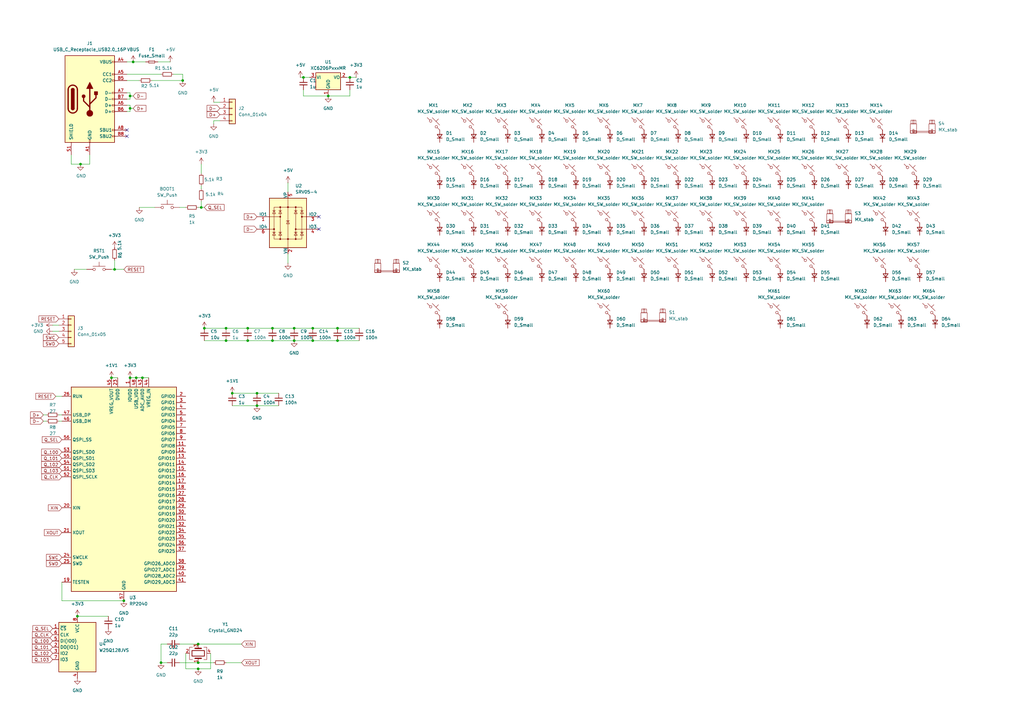
<source format=kicad_sch>
(kicad_sch (version 20231120) (generator "eeschema") (generator_version "8.0")
  (paper "A3")
  (junction (at 31.75 252.73))
  (junction (at 81.28 264.16))
  (junction (at 33.02 67.31))
  (junction (at 138.43 134.62))
  (junction (at 111.76 134.62))
  (junction (at 50.8 246.38))
  (junction (at 128.27 134.62))
  (junction (at 105.41 161.29))
  (junction (at 111.76 139.7))
  (junction (at 82.55 85.09))
  (junction (at 134.62 39.37))
  (junction (at 120.65 139.7))
  (junction (at 45.72 154.94))
  (junction (at 74.93 33.02))
  (junction (at 120.65 134.62))
  (junction (at 81.28 274.32))
  (junction (at 53.34 44.45))
  (junction (at 53.34 154.94))
  (junction (at 58.42 154.94))
  (junction (at 54.61 25.4))
  (junction (at 46.99 110.49))
  (junction (at 101.6 134.62))
  (junction (at 101.6 139.7))
  (junction (at 105.41 166.37))
  (junction (at 124.46 31.75))
  (junction (at 92.71 139.7))
  (junction (at 138.43 139.7))
  (junction (at 66.04 271.78))
  (junction (at 83.82 134.62))
  (junction (at 81.28 271.78))
  (junction (at 55.88 154.94))
  (junction (at 95.25 161.29))
  (junction (at 53.34 39.37))
  (junction (at 128.27 139.7))
  (junction (at 143.51 31.75))
  (junction (at 92.71 134.62))
  (no_connect (at 52.07 53.34))
  (no_connect (at 130.81 88.9))
  (no_connect (at 130.81 93.98))
  (no_connect (at 52.07 55.88))
  (wire (pts (xy 19.05 170.18) (xy 17.78 170.18)))
  (wire (pts (xy 95.25 161.29) (xy 105.41 161.29)))
  (wire (pts (xy 46.99 110.49) (xy 45.72 110.49)))
  (wire (pts (xy 81.28 271.78) (xy 87.63 271.78)))
  (wire (pts (xy 81.28 274.32) (xy 86.36 274.32)))
  (wire (pts (xy 128.27 139.7) (xy 138.43 139.7)))
  (wire (pts (xy 105.41 161.29) (xy 114.3 161.29)))
  (wire (pts (xy 66.04 271.78) (xy 68.58 271.78)))
  (wire (pts (xy 25.4 238.76) (xy 25.4 246.38)))
  (wire (pts (xy 82.55 85.09) (xy 81.28 85.09)))
  (wire (pts (xy 76.2 274.32) (xy 81.28 274.32)))
  (wire (pts (xy 128.27 134.62) (xy 138.43 134.62)))
  (wire (pts (xy 52.07 45.72) (xy 53.34 45.72)))
  (wire (pts (xy 82.55 76.2) (xy 82.55 77.47)))
  (wire (pts (xy 19.05 172.72) (xy 17.78 172.72)))
  (wire (pts (xy 53.34 44.45) (xy 53.34 45.72)))
  (wire (pts (xy 21.59 135.89) (xy 24.13 135.89)))
  (wire (pts (xy 52.07 38.1) (xy 53.34 38.1)))
  (wire (pts (xy 52.07 25.4) (xy 54.61 25.4)))
  (wire (pts (xy 95.25 166.37) (xy 105.41 166.37)))
  (wire (pts (xy 54.61 25.4) (xy 59.69 25.4)))
  (wire (pts (xy 101.6 139.7) (xy 111.76 139.7)))
  (wire (pts (xy 73.66 264.16) (xy 81.28 264.16)))
  (wire (pts (xy 53.34 43.18) (xy 53.34 44.45)))
  (wire (pts (xy 36.83 67.31) (xy 36.83 63.5)))
  (wire (pts (xy 25.4 162.56) (xy 22.86 162.56)))
  (wire (pts (xy 118.11 74.93) (xy 118.11 78.74)))
  (wire (pts (xy 92.71 139.7) (xy 101.6 139.7)))
  (wire (pts (xy 120.65 139.7) (xy 128.27 139.7)))
  (wire (pts (xy 54.61 44.45) (xy 53.34 44.45)))
  (wire (pts (xy 68.58 264.16) (xy 66.04 264.16)))
  (wire (pts (xy 87.63 41.91) (xy 90.17 41.91)))
  (wire (pts (xy 53.34 40.64) (xy 52.07 40.64)))
  (wire (pts (xy 143.51 31.75) (xy 146.05 31.75)))
  (wire (pts (xy 120.65 134.62) (xy 128.27 134.62)))
  (wire (pts (xy 90.17 49.53) (xy 87.63 49.53)))
  (wire (pts (xy 58.42 154.94) (xy 60.96 154.94)))
  (wire (pts (xy 52.07 43.18) (xy 53.34 43.18)))
  (wire (pts (xy 52.07 30.48) (xy 66.04 30.48)))
  (wire (pts (xy 21.59 133.35) (xy 24.13 133.35)))
  (wire (pts (xy 64.77 25.4) (xy 69.85 25.4)))
  (wire (pts (xy 73.66 271.78) (xy 81.28 271.78)))
  (wire (pts (xy 45.72 154.94) (xy 48.26 154.94)))
  (wire (pts (xy 76.2 85.09) (xy 73.66 85.09)))
  (wire (pts (xy 83.82 139.7) (xy 92.71 139.7)))
  (wire (pts (xy 53.34 39.37) (xy 53.34 40.64)))
  (wire (pts (xy 142.24 31.75) (xy 143.51 31.75)))
  (wire (pts (xy 118.11 107.95) (xy 118.11 104.14)))
  (wire (pts (xy 29.21 67.31) (xy 33.02 67.31)))
  (wire (pts (xy 105.41 166.37) (xy 114.3 166.37)))
  (wire (pts (xy 86.36 267.97) (xy 86.36 274.32)))
  (wire (pts (xy 46.99 106.68) (xy 46.99 110.49)))
  (wire (pts (xy 134.62 39.37) (xy 143.51 39.37)))
  (wire (pts (xy 124.46 39.37) (xy 134.62 39.37)))
  (wire (pts (xy 29.21 63.5) (xy 29.21 67.31)))
  (wire (pts (xy 50.8 110.49) (xy 46.99 110.49)))
  (wire (pts (xy 92.71 271.78) (xy 99.06 271.78)))
  (wire (pts (xy 138.43 139.7) (xy 147.32 139.7)))
  (wire (pts (xy 82.55 82.55) (xy 82.55 85.09)))
  (wire (pts (xy 57.15 85.09) (xy 63.5 85.09)))
  (wire (pts (xy 53.34 38.1) (xy 53.34 39.37)))
  (wire (pts (xy 83.82 85.09) (xy 82.55 85.09)))
  (wire (pts (xy 124.46 36.83) (xy 124.46 39.37)))
  (wire (pts (xy 123.19 31.75) (xy 124.46 31.75)))
  (wire (pts (xy 54.61 39.37) (xy 53.34 39.37)))
  (wire (pts (xy 24.13 170.18) (xy 25.4 170.18)))
  (wire (pts (xy 124.46 31.75) (xy 127 31.75)))
  (wire (pts (xy 81.28 264.16) (xy 99.06 264.16)))
  (wire (pts (xy 33.02 67.31) (xy 36.83 67.31)))
  (wire (pts (xy 53.34 154.94) (xy 55.88 154.94)))
  (wire (pts (xy 83.82 134.62) (xy 92.71 134.62)))
  (wire (pts (xy 52.07 33.02) (xy 57.15 33.02)))
  (wire (pts (xy 101.6 134.62) (xy 111.76 134.62)))
  (wire (pts (xy 74.93 30.48) (xy 71.12 30.48)))
  (wire (pts (xy 62.23 33.02) (xy 74.93 33.02)))
  (wire (pts (xy 55.88 154.94) (xy 58.42 154.94)))
  (wire (pts (xy 143.51 39.37) (xy 143.51 36.83)))
  (wire (pts (xy 87.63 49.53) (xy 87.63 50.8)))
  (wire (pts (xy 24.13 172.72) (xy 25.4 172.72)))
  (wire (pts (xy 92.71 134.62) (xy 101.6 134.62)))
  (wire (pts (xy 74.93 33.02) (xy 74.93 30.48)))
  (wire (pts (xy 138.43 134.62) (xy 147.32 134.62)))
  (wire (pts (xy 111.76 139.7) (xy 120.65 139.7)))
  (wire (pts (xy 76.2 267.97) (xy 76.2 274.32)))
  (wire (pts (xy 31.75 252.73) (xy 44.45 252.73)))
  (wire (pts (xy 82.55 67.31) (xy 82.55 71.12)))
  (wire (pts (xy 66.04 264.16) (xy 66.04 271.78)))
  (wire (pts (xy 30.48 110.49) (xy 35.56 110.49)))
  (wire (pts (xy 25.4 246.38) (xy 50.8 246.38)))
  (wire (pts (xy 111.76 134.62) (xy 120.65 134.62)))
  (global_label "RESET" (shape input) (at 22.86 162.56 180) (property "Intersheetrefs" "${INTERSHEET_REFS}" (effects (hide yes))))
  (global_label "XOUT" (shape input) (at 99.06 271.78 0) (property "Intersheetrefs" "${INTERSHEET_REFS}" (effects (hide yes))))
  (global_label "D-" (shape input) (at 105.41 93.98 180) (property "Intersheetrefs" "${INTERSHEET_REFS}" (effects (hide yes))))
  (global_label "Q_102" (shape input) (at 21.59 267.97 180) (property "Intersheetrefs" "${INTERSHEET_REFS}" (effects (hide yes))))
  (global_label "Q_SEL" (shape input) (at 83.82 85.09 0) (property "Intersheetrefs" "${INTERSHEET_REFS}" (effects (hide yes))))
  (global_label "D-" (shape input) (at 90.17 44.45 180) (property "Intersheetrefs" "${INTERSHEET_REFS}" (effects (hide yes))))
  (global_label "Q_103" (shape input) (at 25.4 193.04 180) (property "Intersheetrefs" "${INTERSHEET_REFS}" (effects (hide yes))))
  (global_label "D+" (shape input) (at 105.41 88.9 180) (property "Intersheetrefs" "${INTERSHEET_REFS}" (effects (hide yes))))
  (global_label "Q_100" (shape input) (at 21.59 262.89 180) (property "Intersheetrefs" "${INTERSHEET_REFS}" (effects (hide yes))))
  (global_label "D-" (shape input) (at 54.61 39.37 0) (property "Intersheetrefs" "${INTERSHEET_REFS}" (effects (hide yes))))
  (global_label "XIN" (shape input) (at 25.4 208.28 180) (property "Intersheetrefs" "${INTERSHEET_REFS}" (effects (hide yes))))
  (global_label "RESET" (shape input) (at 50.8 110.49 0) (property "Intersheetrefs" "${INTERSHEET_REFS}" (effects (hide yes))))
  (global_label "D+" (shape input) (at 90.17 46.99 180) (property "Intersheetrefs" "${INTERSHEET_REFS}" (effects (hide yes))))
  (global_label "RESET" (shape input) (at 24.13 130.81 180) (property "Intersheetrefs" "${INTERSHEET_REFS}" (effects (hide yes))))
  (global_label "D+" (shape input) (at 17.78 170.18 180) (property "Intersheetrefs" "${INTERSHEET_REFS}" (effects (hide yes))))
  (global_label "SWD" (shape input) (at 24.13 140.97 180) (property "Intersheetrefs" "${INTERSHEET_REFS}" (effects (hide yes))))
  (global_label "SWC" (shape input) (at 25.4 228.6 180) (property "Intersheetrefs" "${INTERSHEET_REFS}" (effects (hide yes))))
  (global_label "Q_101" (shape input) (at 21.59 265.43 180) (property "Intersheetrefs" "${INTERSHEET_REFS}" (effects (hide yes))))
  (global_label "Q_SEL" (shape input) (at 21.59 257.81 180) (property "Intersheetrefs" "${INTERSHEET_REFS}" (effects (hide yes))))
  (global_label "Q_SEL" (shape input) (at 25.4 180.34 180) (property "Intersheetrefs" "${INTERSHEET_REFS}" (effects (hide yes))))
  (global_label "Q_103" (shape input) (at 21.59 270.51 180) (property "Intersheetrefs" "${INTERSHEET_REFS}" (effects (hide yes))))
  (global_label "SWC" (shape input) (at 24.13 138.43 180) (property "Intersheetrefs" "${INTERSHEET_REFS}" (effects (hide yes))))
  (global_label "D-" (shape input) (at 17.78 172.72 180) (property "Intersheetrefs" "${INTERSHEET_REFS}" (effects (hide yes))))
  (global_label "Q_100" (shape input) (at 25.4 185.42 180) (property "Intersheetrefs" "${INTERSHEET_REFS}" (effects (hide yes))))
  (global_label "D+" (shape input) (at 54.61 44.45 0) (property "Intersheetrefs" "${INTERSHEET_REFS}" (effects (hide yes))))
  (global_label "Q_101" (shape input) (at 25.4 187.96 180) (property "Intersheetrefs" "${INTERSHEET_REFS}" (effects (hide yes))))
  (global_label "XOUT" (shape input) (at 25.4 218.44 180) (property "Intersheetrefs" "${INTERSHEET_REFS}" (effects (hide yes))))
  (global_label "XIN" (shape input) (at 99.06 264.16 0) (property "Intersheetrefs" "${INTERSHEET_REFS}" (effects (hide yes))))
  (global_label "Q_CLK" (shape input) (at 21.59 260.35 180) (property "Intersheetrefs" "${INTERSHEET_REFS}" (effects (hide yes))))
  (global_label "Q_CLK" (shape input) (at 25.4 195.58 180) (property "Intersheetrefs" "${INTERSHEET_REFS}" (effects (hide yes))))
  (global_label "SWD" (shape input) (at 25.4 231.14 180) (property "Intersheetrefs" "${INTERSHEET_REFS}" (effects (hide yes))))
  (global_label "Q_102" (shape input) (at 25.4 190.5 180) (property "Intersheetrefs" "${INTERSHEET_REFS}" (effects (hide yes))))
  (symbol (lib_id "power:GND") (at 57.15 85.09 0) (unit 1)
    (property "Reference" "#PWR012" (effects (hide yes)))
    (property "Value" "GND" (at 57.15 90.17 0))
    (property "Description" "Power symbol creates a global label with name \"GND\" , ground" (effects (hide yes)))
  )
  (symbol (lib_id "power:+3V3") (at 82.55 67.31 0) (unit 1)
    (property "Reference" "#PWR010" (effects (hide yes)))
    (property "Value" "+3V3" (at 82.55 62.23 0))
    (property "Description" "Power symbol creates a global label with name \"+3V3\"" (effects (hide yes)))
  )
  (symbol (lib_id "PCM_marbastlib-mx:MX_SW_solder") (at 247.65 107.95 0) (unit 1)
    (property "Reference" "MX49" (at 247.65 100.33 0))
    (property "Value" "MX_SW_solder" (at 247.65 102.87 0))
    (property "Footprint" "PCM_marbastlib-mx:SW_MX_1u" (effects (hide yes)))
    (property "Description" "Push button switch, normally open, two pins, 45° tilted" (effects (hide yes)))
  )
  (symbol (lib_id "PCM_marbastlib-mx:MX_SW_solder") (at 177.8 127 0) (unit 1)
    (property "Reference" "MX58" (at 177.8 119.38 0))
    (property "Value" "MX_SW_solder" (at 177.8 121.92 0))
    (property "Footprint" "PCM_marbastlib-mx:SW_MX_1.5u" (effects (hide yes)))
    (property "Description" "Push button switch, normally open, two pins, 45° tilted" (effects (hide yes)))
  )
  (symbol (lib_id "power:GND") (at 31.75 278.13 0) (unit 1)
    (property "Reference" "#PWR029" (effects (hide yes)))
    (property "Value" "GND" (at 31.75 283.21 0))
    (property "Description" "Power symbol creates a global label with name \"GND\" , ground" (effects (hide yes)))
  )
  (symbol (lib_id "Device:D_Small") (at 180.34 74.93 90) (unit 1)
    (property "Reference" "D15" (at 182.88 73.6599 90) (effects (justify right)))
    (property "Value" "D_Small" (at 182.88 76.1999 90) (effects (justify right)))
    (property "Footprint" "Diode_SMD:D_SOD-123" (effects (hide yes)))
    (property "Description" "Diode, small symbol" (effects (hide yes)))
    (property "Sim.Device" "D" (effects (hide yes)))
    (property "Sim.Pins" "1=K 2=A" (effects (hide yes)))
  )
  (symbol (lib_id "PCM_marbastlib-mx:MX_SW_solder") (at 219.71 107.95 0) (unit 1)
    (property "Reference" "MX47" (at 219.71 100.33 0))
    (property "Value" "MX_SW_solder" (at 219.71 102.87 0))
    (property "Footprint" "PCM_marbastlib-mx:SW_MX_1u" (effects (hide yes)))
    (property "Description" "Push button switch, normally open, two pins, 45° tilted" (effects (hide yes)))
  )
  (symbol (lib_id "Device:D_Small") (at 306.07 113.03 90) (unit 1)
    (property "Reference" "D53" (at 308.61 111.7599 90) (effects (justify right)))
    (property "Value" "D_Small" (at 308.61 114.2999 90) (effects (justify right)))
    (property "Footprint" "Diode_SMD:D_SOD-123" (effects (hide yes)))
    (property "Description" "Diode, small symbol" (effects (hide yes)))
    (property "Sim.Device" "D" (effects (hide yes)))
    (property "Sim.Pins" "1=K 2=A" (effects (hide yes)))
  )
  (symbol (lib_id "Device:D_Small") (at 250.19 93.98 90) (unit 1)
    (property "Reference" "D35" (at 252.73 92.7099 90) (effects (justify right)))
    (property "Value" "D_Small" (at 252.73 95.2499 90) (effects (justify right)))
    (property "Footprint" "Diode_SMD:D_SOD-123" (effects (hide yes)))
    (property "Description" "Diode, small symbol" (effects (hide yes)))
    (property "Sim.Device" "D" (effects (hide yes)))
    (property "Sim.Pins" "1=K 2=A" (effects (hide yes)))
  )
  (symbol (lib_id "PCM_marbastlib-mx:MX_SW_solder") (at 373.38 69.85 0) (unit 1)
    (property "Reference" "MX29" (at 373.38 62.23 0))
    (property "Value" "MX_SW_solder" (at 373.38 64.77 0))
    (property "Footprint" "PCM_marbastlib-mx:SW_MX_1u" (effects (hide yes)))
    (property "Description" "Push button switch, normally open, two pins, 45° tilted" (effects (hide yes)))
  )
  (symbol (lib_id "PCM_marbastlib-mx:MX_SW_solder") (at 233.68 107.95 0) (unit 1)
    (property "Reference" "MX48" (at 233.68 100.33 0))
    (property "Value" "MX_SW_solder" (at 233.68 102.87 0))
    (property "Footprint" "PCM_marbastlib-mx:SW_MX_1u" (effects (hide yes)))
    (property "Description" "Push button switch, normally open, two pins, 45° tilted" (effects (hide yes)))
  )
  (symbol (lib_id "PCM_marbastlib-mx:MX_SW_solder") (at 247.65 127 0) (unit 1)
    (property "Reference" "MX60" (at 247.65 119.38 0))
    (property "Value" "MX_SW_solder" (at 247.65 121.92 0))
    (property "Footprint" "PCM_marbastlib-mx:SW_MX_1u" (effects (hide yes)))
    (property "Description" "Push button switch, normally open, two pins, 45° tilted" (effects (hide yes)))
  )
  (symbol (lib_id "Device:D_Small") (at 208.28 55.88 90) (unit 1)
    (property "Reference" "D3" (at 210.82 54.6099 90) (effects (justify right)))
    (property "Value" "D_Small" (at 210.82 57.1499 90) (effects (justify right)))
    (property "Footprint" "Diode_SMD:D_SOD-123" (effects (hide yes)))
    (property "Description" "Diode, small symbol" (effects (hide yes)))
    (property "Sim.Device" "D" (effects (hide yes)))
    (property "Sim.Pins" "1=K 2=A" (effects (hide yes)))
  )
  (symbol (lib_id "Device:D_Small") (at 222.25 93.98 90) (unit 1)
    (property "Reference" "D33" (at 224.79 92.7099 90) (effects (justify right)))
    (property "Value" "D_Small" (at 224.79 95.2499 90) (effects (justify right)))
    (property "Footprint" "Diode_SMD:D_SOD-123" (effects (hide yes)))
    (property "Description" "Diode, small symbol" (effects (hide yes)))
    (property "Sim.Device" "D" (effects (hide yes)))
    (property "Sim.Pins" "1=K 2=A" (effects (hide yes)))
  )
  (symbol (lib_id "PCM_marbastlib-mx:MX_SW_solder") (at 345.44 50.8 0) (unit 1)
    (property "Reference" "MX13" (at 345.44 43.18 0))
    (property "Value" "MX_SW_solder" (at 345.44 45.72 0))
    (property "Footprint" "PCM_marbastlib-mx:SW_MX_1u" (effects (hide yes)))
    (property "Description" "Push button switch, normally open, two pins, 45° tilted" (effects (hide yes)))
  )
  (symbol (lib_id "Device:R_Small") (at 68.58 30.48 90) (unit 1)
    (property "Reference" "R1" (at 64.77 27.94 90))
    (property "Value" "5.1k" (at 68.58 27.94 90))
    (property "Footprint" "Resistor_SMD:R_0402_1005Metric" (effects (hide yes)))
    (property "Description" "Resistor, small symbol" (effects (hide yes)))
  )
  (symbol (lib_id "Device:D_Small") (at 250.19 55.88 90) (unit 1)
    (property "Reference" "D6" (at 252.73 54.6099 90) (effects (justify right)))
    (property "Value" "D_Small" (at 252.73 57.1499 90) (effects (justify right)))
    (property "Footprint" "Diode_SMD:D_SOD-123" (effects (hide yes)))
    (property "Description" "Diode, small symbol" (effects (hide yes)))
    (property "Sim.Device" "D" (effects (hide yes)))
    (property "Sim.Pins" "1=K 2=A" (effects (hide yes)))
  )
  (symbol (lib_id "PCM_marbastlib-mx:MX_SW_solder") (at 275.59 88.9 0) (unit 1)
    (property "Reference" "MX37" (at 275.59 81.28 0))
    (property "Value" "MX_SW_solder" (at 275.59 83.82 0))
    (property "Footprint" "PCM_marbastlib-mx:SW_MX_1u" (effects (hide yes)))
    (property "Description" "Push button switch, normally open, two pins, 45° tilted" (effects (hide yes)))
  )
  (symbol (lib_id "Device:D_Small") (at 278.13 55.88 90) (unit 1)
    (property "Reference" "D8" (at 280.67 54.6099 90) (effects (justify right)))
    (property "Value" "D_Small" (at 280.67 57.1499 90) (effects (justify right)))
    (property "Footprint" "Diode_SMD:D_SOD-123" (effects (hide yes)))
    (property "Description" "Diode, small symbol" (effects (hide yes)))
    (property "Sim.Device" "D" (effects (hide yes)))
    (property "Sim.Pins" "1=K 2=A" (effects (hide yes)))
  )
  (symbol (lib_id "PCM_marbastlib-mx:MX_SW_solder") (at 345.44 69.85 0) (unit 1)
    (property "Reference" "MX27" (at 345.44 62.23 0))
    (property "Value" "MX_SW_solder" (at 345.44 64.77 0))
    (property "Footprint" "PCM_marbastlib-mx:SW_MX_1u" (effects (hide yes)))
    (property "Description" "Push button switch, normally open, two pins, 45° tilted" (effects (hide yes)))
  )
  (symbol (lib_id "PCM_marbastlib-mx:MX_SW_solder") (at 359.41 69.85 0) (unit 1)
    (property "Reference" "MX28" (at 359.41 62.23 0))
    (property "Value" "MX_SW_solder" (at 359.41 64.77 0))
    (property "Footprint" "PCM_marbastlib-mx:SW_MX_1u" (effects (hide yes)))
    (property "Description" "Push button switch, normally open, two pins, 45° tilted" (effects (hide yes)))
  )
  (symbol (lib_id "Device:D_Small") (at 306.07 93.98 90) (unit 1)
    (property "Reference" "D39" (at 308.61 92.7099 90) (effects (justify right)))
    (property "Value" "D_Small" (at 308.61 95.2499 90) (effects (justify right)))
    (property "Footprint" "Diode_SMD:D_SOD-123" (effects (hide yes)))
    (property "Description" "Diode, small symbol" (effects (hide yes)))
    (property "Sim.Device" "D" (effects (hide yes)))
    (property "Sim.Pins" "1=K 2=A" (effects (hide yes)))
  )
  (symbol (lib_id "PCM_marbastlib-mx:MX_SW_solder") (at 205.74 107.95 0) (unit 1)
    (property "Reference" "MX46" (at 205.74 100.33 0))
    (property "Value" "MX_SW_solder" (at 205.74 102.87 0))
    (property "Footprint" "PCM_marbastlib-mx:SW_MX_1u" (effects (hide yes)))
    (property "Description" "Push button switch, normally open, two pins, 45° tilted" (effects (hide yes)))
  )
  (symbol (lib_id "PCM_marbastlib-mx:MX_SW_solder") (at 191.77 88.9 0) (unit 1)
    (property "Reference" "MX31" (at 191.77 81.28 0))
    (property "Value" "MX_SW_solder" (at 191.77 83.82 0))
    (property "Footprint" "PCM_marbastlib-mx:SW_MX_1u" (effects (hide yes)))
    (property "Description" "Push button switch, normally open, two pins, 45° tilted" (effects (hide yes)))
  )
  (symbol (lib_id "PCM_marbastlib-mx:MX_SW_solder") (at 303.53 88.9 0) (unit 1)
    (property "Reference" "MX39" (at 303.53 81.28 0))
    (property "Value" "MX_SW_solder" (at 303.53 83.82 0))
    (property "Footprint" "PCM_marbastlib-mx:SW_MX_1u" (effects (hide yes)))
    (property "Description" "Push button switch, normally open, two pins, 45° tilted" (effects (hide yes)))
  )
  (symbol (lib_id "Device:D_Small") (at 355.6 132.08 90) (unit 1)
    (property "Reference" "D62" (at 358.14 130.8099 90) (effects (justify right)))
    (property "Value" "D_Small" (at 358.14 133.3499 90) (effects (justify right)))
    (property "Footprint" "Diode_SMD:D_SOD-123" (effects (hide yes)))
    (property "Description" "Diode, small symbol" (effects (hide yes)))
    (property "Sim.Device" "D" (effects (hide yes)))
    (property "Sim.Pins" "1=K 2=A" (effects (hide yes)))
  )
  (symbol (lib_id "Device:D_Small") (at 320.04 74.93 90) (unit 1)
    (property "Reference" "D25" (at 322.58 73.6599 90) (effects (justify right)))
    (property "Value" "D_Small" (at 322.58 76.1999 90) (effects (justify right)))
    (property "Footprint" "Diode_SMD:D_SOD-123" (effects (hide yes)))
    (property "Description" "Diode, small symbol" (effects (hide yes)))
    (property "Sim.Device" "D" (effects (hide yes)))
    (property "Sim.Pins" "1=K 2=A" (effects (hide yes)))
  )
  (symbol (lib_id "PCM_marbastlib-mx:MX_SW_solder") (at 177.8 88.9 0) (unit 1)
    (property "Reference" "MX30" (at 177.8 81.28 0))
    (property "Value" "MX_SW_solder" (at 177.8 83.82 0))
    (property "Footprint" "PCM_marbastlib-mx:SW_MX_1.75u" (effects (hide yes)))
    (property "Description" "Push button switch, normally open, two pins, 45° tilted" (effects (hide yes)))
  )
  (symbol (lib_id "PCM_marbastlib-mx:MX_SW_solder") (at 360.68 88.9 0) (unit 1)
    (property "Reference" "MX42" (at 360.68 81.28 0))
    (property "Value" "MX_SW_solder" (at 360.68 83.82 0))
    (property "Footprint" "PCM_marbastlib-mx:SW_MX_1u" (effects (hide yes)))
    (property "Description" "Push button switch, normally open, two pins, 45° tilted" (effects (hide yes)))
  )
  (symbol (lib_id "Device:D_Small") (at 334.01 93.98 90) (unit 1)
    (property "Reference" "D41" (at 336.55 92.7099 90) (effects (justify right)))
    (property "Value" "D_Small" (at 336.55 95.2499 90) (effects (justify right)))
    (property "Footprint" "Diode_SMD:D_SOD-123" (effects (hide yes)))
    (property "Description" "Diode, small symbol" (effects (hide yes)))
    (property "Sim.Device" "D" (effects (hide yes)))
    (property "Sim.Pins" "1=K 2=A" (effects (hide yes)))
  )
  (symbol (lib_id "power:+3V3") (at 53.34 154.94 0) (unit 1)
    (property "Reference" "#PWR023" (effects (hide yes)))
    (property "Value" "+3V3" (at 53.34 149.86 0))
    (property "Description" "Power symbol creates a global label with name \"+3V3\"" (effects (hide yes)))
  )
  (symbol (lib_id "Device:D_Small") (at 208.28 132.08 90) (unit 1)
    (property "Reference" "D59" (at 210.82 130.8099 90) (effects (justify right)))
    (property "Value" "D_Small" (at 210.82 133.3499 90) (effects (justify right)))
    (property "Footprint" "Diode_SMD:D_SOD-123" (effects (hide yes)))
    (property "Description" "Diode, small symbol" (effects (hide yes)))
    (property "Sim.Device" "D" (effects (hide yes)))
    (property "Sim.Pins" "1=K 2=A" (effects (hide yes)))
  )
  (symbol (lib_id "PCM_marbastlib-mx:MX_SW_solder") (at 331.47 69.85 0) (unit 1)
    (property "Reference" "MX26" (at 331.47 62.23 0))
    (property "Value" "MX_SW_solder" (at 331.47 64.77 0))
    (property "Footprint" "PCM_marbastlib-mx:SW_MX_1u" (effects (hide yes)))
    (property "Description" "Push button switch, normally open, two pins, 45° tilted" (effects (hide yes)))
  )
  (symbol (lib_id "power:+1V1") (at 95.25 161.29 0) (unit 1)
    (property "Reference" "#PWR017" (effects (hide yes)))
    (property "Value" "+1V1" (at 95.25 156.21 0))
    (property "Description" "Power symbol creates a global label with name \"+1V1\"" (effects (hide yes)))
  )
  (symbol (lib_id "power:+1V1") (at 45.72 154.94 0) (unit 1)
    (property "Reference" "#PWR022" (effects (hide yes)))
    (property "Value" "+1V1" (at 45.72 149.86 0))
    (property "Description" "Power symbol creates a global label with name \"+1V1\"" (effects (hide yes)))
  )
  (symbol (lib_id "Device:D_Small") (at 320.04 93.98 90) (unit 1)
    (property "Reference" "D40" (at 322.58 92.7099 90) (effects (justify right)))
    (property "Value" "D_Small" (at 322.58 95.2499 90) (effects (justify right)))
    (property "Footprint" "Diode_SMD:D_SOD-123" (effects (hide yes)))
    (property "Description" "Diode, small symbol" (effects (hide yes)))
    (property "Sim.Device" "D" (effects (hide yes)))
    (property "Sim.Pins" "1=K 2=A" (effects (hide yes)))
  )
  (symbol (lib_id "PCM_marbastlib-mx:MX_SW_solder") (at 317.5 69.85 0) (unit 1)
    (property "Reference" "MX25" (at 317.5 62.23 0))
    (property "Value" "MX_SW_solder" (at 317.5 64.77 0))
    (property "Footprint" "PCM_marbastlib-mx:SW_MX_1u" (effects (hide yes)))
    (property "Description" "Push button switch, normally open, two pins, 45° tilted" (effects (hide yes)))
  )
  (symbol (lib_id "Device:D_Small") (at 222.25 74.93 90) (unit 1)
    (property "Reference" "D18" (at 224.79 73.6599 90) (effects (justify right)))
    (property "Value" "D_Small" (at 224.79 76.1999 90) (effects (justify right)))
    (property "Footprint" "Diode_SMD:D_SOD-123" (effects (hide yes)))
    (property "Description" "Diode, small symbol" (effects (hide yes)))
    (property "Sim.Device" "D" (effects (hide yes)))
    (property "Sim.Pins" "1=K 2=A" (effects (hide yes)))
  )
  (symbol (lib_id "power:+3V3") (at 31.75 252.73 0) (unit 1)
    (property "Reference" "#PWR025" (effects (hide yes)))
    (property "Value" "+3V3" (at 31.75 247.65 0))
    (property "Description" "Power symbol creates a global label with name \"+3V3\"" (effects (hide yes)))
  )
  (symbol (lib_id "PCM_marbastlib-mx:MX_SW_solder") (at 205.74 50.8 0) (unit 1)
    (property "Reference" "MX3" (at 205.74 43.18 0))
    (property "Value" "MX_SW_solder" (at 205.74 45.72 0))
    (property "Footprint" "PCM_marbastlib-mx:SW_MX_1u" (effects (hide yes)))
    (property "Description" "Push button switch, normally open, two pins, 45° tilted" (effects (hide yes)))
  )
  (symbol (lib_id "Device:C_Small") (at 111.76 137.16 0) (unit 1)
    (property "Reference" "C8" (at 114.3 135.8962 0) (effects (justify left)))
    (property "Value" "100n" (at 114.3 138.4362 0) (effects (justify left)))
    (property "Footprint" "Capacitor_SMD:C_0402_1005Metric" (effects (hide yes)))
    (property "Description" "Unpolarized capacitor, small symbol" (effects (hide yes)))
  )
  (symbol (lib_id "power:+5V") (at 87.63 41.91 0) (unit 1)
    (property "Reference" "#PWR07" (effects (hide yes)))
    (property "Value" "+5V" (at 87.63 36.83 0))
    (property "Description" "Power symbol creates a global label with name \"+5V\"" (effects (hide yes)))
  )
  (symbol (lib_id "Device:D_Small") (at 278.13 74.93 90) (unit 1)
    (property "Reference" "D22" (at 280.67 73.6599 90) (effects (justify right)))
    (property "Value" "D_Small" (at 280.67 76.1999 90) (effects (justify right)))
    (property "Footprint" "Diode_SMD:D_SOD-123" (effects (hide yes)))
    (property "Description" "Diode, small symbol" (effects (hide yes)))
    (property "Sim.Device" "D" (effects (hide yes)))
    (property "Sim.Pins" "1=K 2=A" (effects (hide yes)))
  )
  (symbol (lib_id "Device:C_Small") (at 105.41 163.83 0) (unit 1)
    (property "Reference" "C4" (at 107.95 162.5662 0) (effects (justify left)))
    (property "Value" "100n" (at 107.95 165.1062 0) (effects (justify left)))
    (property "Footprint" "Capacitor_SMD:C_0402_1005Metric" (effects (hide yes)))
    (property "Description" "Unpolarized capacitor, small symbol" (effects (hide yes)))
  )
  (symbol (lib_id "Device:D_Small") (at 377.19 113.03 90) (unit 1)
    (property "Reference" "D57" (at 379.73 111.7599 90) (effects (justify right)))
    (property "Value" "D_Small" (at 379.73 114.2999 90) (effects (justify right)))
    (property "Footprint" "Diode_SMD:D_SOD-123" (effects (hide yes)))
    (property "Description" "Diode, small symbol" (effects (hide yes)))
    (property "Sim.Device" "D" (effects (hide yes)))
    (property "Sim.Pins" "1=K 2=A" (effects (hide yes)))
  )
  (symbol (lib_id "Device:C_Small") (at 138.43 137.16 0) (unit 1)
    (property "Reference" "C15" (at 140.97 135.8962 0) (effects (justify left)))
    (property "Value" "100n" (at 140.97 138.4362 0) (effects (justify left)))
    (property "Footprint" "Capacitor_SMD:C_0402_1005Metric" (effects (hide yes)))
    (property "Description" "Unpolarized capacitor, small symbol" (effects (hide yes)))
  )
  (symbol (lib_id "power:+5V") (at 118.11 74.93 0) (unit 1)
    (property "Reference" "#PWR011" (effects (hide yes)))
    (property "Value" "+5V" (at 118.11 69.85 0))
    (property "Description" "Power symbol creates a global label with name \"+5V\"" (effects (hide yes)))
  )
  (symbol (lib_id "PCM_marbastlib-mx:MX_SW_solder") (at 219.71 50.8 0) (unit 1)
    (property "Reference" "MX4" (at 219.71 43.18 0))
    (property "Value" "MX_SW_solder" (at 219.71 45.72 0))
    (property "Footprint" "PCM_marbastlib-mx:SW_MX_1u" (effects (hide yes)))
    (property "Description" "Push button switch, normally open, two pins, 45° tilted" (effects (hide yes)))
  )
  (symbol (lib_id "Device:D_Small") (at 236.22 74.93 90) (unit 1)
    (property "Reference" "D19" (at 238.76 73.6599 90) (effects (justify right)))
    (property "Value" "D_Small" (at 238.76 76.1999 90) (effects (justify right)))
    (property "Footprint" "Diode_SMD:D_SOD-123" (effects (hide yes)))
    (property "Description" "Diode, small symbol" (effects (hide yes)))
    (property "Sim.Device" "D" (effects (hide yes)))
    (property "Sim.Pins" "1=K 2=A" (effects (hide yes)))
  )
  (symbol (lib_id "PCM_marbastlib-mx:MX_SW_solder") (at 261.62 107.95 0) (unit 1)
    (property "Reference" "MX50" (at 261.62 100.33 0))
    (property "Value" "MX_SW_solder" (at 261.62 102.87 0))
    (property "Footprint" "PCM_marbastlib-mx:SW_MX_1u" (effects (hide yes)))
    (property "Description" "Push button switch, normally open, two pins, 45° tilted" (effects (hide yes)))
  )
  (symbol (lib_id "PCM_marbastlib-mx:MX_SW_solder") (at 381 127 0) (unit 1)
    (property "Reference" "MX64" (at 381 119.38 0))
    (property "Value" "MX_SW_solder" (at 381 121.92 0))
    (property "Footprint" "PCM_marbastlib-mx:SW_MX_1u" (effects (hide yes)))
    (property "Description" "Push button switch, normally open, two pins, 45° tilted" (effects (hide yes)))
  )
  (symbol (lib_id "Device:D_Small") (at 236.22 93.98 90) (unit 1)
    (property "Reference" "D34" (at 238.76 92.7099 90) (effects (justify right)))
    (property "Value" "D_Small" (at 238.76 95.2499 90) (effects (justify right)))
    (property "Footprint" "Diode_SMD:D_SOD-123" (effects (hide yes)))
    (property "Description" "Diode, small symbol" (effects (hide yes)))
    (property "Sim.Device" "D" (effects (hide yes)))
    (property "Sim.Pins" "1=K 2=A" (effects (hide yes)))
  )
  (symbol (lib_id "power:GND") (at 33.02 67.31 0) (unit 1)
    (property "Reference" "#PWR09" (effects (hide yes)))
    (property "Value" "GND" (at 33.274 72.136 0))
    (property "Description" "Power symbol creates a global label with name \"GND\" , ground" (effects (hide yes)))
  )
  (symbol (lib_id "PCM_marbastlib-mx:MX_SW_solder") (at 331.47 88.9 0) (unit 1)
    (property "Reference" "MX41" (at 331.47 81.28 0))
    (property "Value" "MX_SW_solder" (at 331.47 83.82 0))
    (property "Footprint" "PCM_marbastlib-mx:SW_MX_1u" (effects (hide yes)))
    (property "Description" "Push button switch, normally open, two pins, 45° tilted" (effects (hide yes)))
  )
  (symbol (lib_id "PCM_marbastlib-mx:MX_SW_solder") (at 317.5 88.9 0) (unit 1)
    (property "Reference" "MX40" (at 317.5 81.28 0))
    (property "Value" "MX_SW_solder" (at 317.5 83.82 0))
    (property "Footprint" "PCM_marbastlib-mx:SW_MX_1u" (effects (hide yes)))
    (property "Description" "Push button switch, normally open, two pins, 45° tilted" (effects (hide yes)))
  )
  (symbol (lib_id "PCM_marbastlib-mx:MX_SW_solder") (at 317.5 50.8 0) (unit 1)
    (property "Reference" "MX11" (at 317.5 43.18 0))
    (property "Value" "MX_SW_solder" (at 317.5 45.72 0))
    (property "Footprint" "PCM_marbastlib-mx:SW_MX_1u" (effects (hide yes)))
    (property "Description" "Push button switch, normally open, two pins, 45° tilted" (effects (hide yes)))
  )
  (symbol (lib_id "Device:D_Small") (at 363.22 113.03 90) (unit 1)
    (property "Reference" "D56" (at 365.76 111.7599 90) (effects (justify right)))
    (property "Value" "D_Small" (at 365.76 114.2999 90) (effects (justify right)))
    (property "Footprint" "Diode_SMD:D_SOD-123" (effects (hide yes)))
    (property "Description" "Diode, small symbol" (effects (hide yes)))
    (property "Sim.Device" "D" (effects (hide yes)))
    (property "Sim.Pins" "1=K 2=A" (effects (hide yes)))
  )
  (symbol (lib_id "Device:C_Small") (at 120.65 137.16 0) (unit 1)
    (property "Reference" "C9" (at 123.19 135.8962 0) (effects (justify left)))
    (property "Value" "100n" (at 123.19 138.4362 0) (effects (justify left)))
    (property "Footprint" "Capacitor_SMD:C_0402_1005Metric" (effects (hide yes)))
    (property "Description" "Unpolarized capacitor, small symbol" (effects (hide yes)))
  )
  (symbol (lib_id "power:+5V") (at 69.85 25.4 0) (unit 1)
    (property "Reference" "#PWR02" (effects (hide yes)))
    (property "Value" "+5V" (at 69.85 20.32 0))
    (property "Description" "Power symbol creates a global label with name \"+5V\"" (effects (hide yes)))
  )
  (symbol (lib_id "power:GND") (at 120.65 139.7 0) (unit 1)
    (property "Reference" "#PWR021" (effects (hide yes)))
    (property "Value" "GND" (at 120.65 144.78 0))
    (property "Description" "Power symbol creates a global label with name \"GND\" , ground" (effects (hide yes)))
  )
  (symbol (lib_id "Device:C_Small") (at 124.46 34.29 0) (unit 1)
    (property "Reference" "C1" (at 127 33.0262 0) (effects (justify left)))
    (property "Value" "1u" (at 127 35.5662 0) (effects (justify left)))
    (property "Footprint" "Capacitor_SMD:C_0402_1005Metric" (effects (hide yes)))
    (property "Description" "Unpolarized capacitor, small symbol" (effects (hide yes)))
  )
  (symbol (lib_id "PCM_marbastlib-mx:MX_SW_solder") (at 367.03 127 0) (unit 1)
    (property "Reference" "MX63" (at 367.03 119.38 0))
    (property "Value" "MX_SW_solder" (at 367.03 121.92 0))
    (property "Footprint" "PCM_marbastlib-mx:SW_MX_1u" (effects (hide yes)))
    (property "Description" "Push button switch, normally open, two pins, 45° tilted" (effects (hide yes)))
  )
  (symbol (lib_id "PCM_marbastlib-mx:MX_SW_solder") (at 219.71 69.85 0) (unit 1)
    (property "Reference" "MX18" (at 219.71 62.23 0))
    (property "Value" "MX_SW_solder" (at 219.71 64.77 0))
    (property "Footprint" "PCM_marbastlib-mx:SW_MX_1u" (effects (hide yes)))
    (property "Description" "Push button switch, normally open, two pins, 45° tilted" (effects (hide yes)))
  )
  (symbol (lib_id "Device:D_Small") (at 292.1 74.93 90) (unit 1)
    (property "Reference" "D23" (at 294.64 73.6599 90) (effects (justify right)))
    (property "Value" "D_Small" (at 294.64 76.1999 90) (effects (justify right)))
    (property "Footprint" "Diode_SMD:D_SOD-123" (effects (hide yes)))
    (property "Description" "Diode, small symbol" (effects (hide yes)))
    (property "Sim.Device" "D" (effects (hide yes)))
    (property "Sim.Pins" "1=K 2=A" (effects (hide yes)))
  )
  (symbol (lib_id "Device:D_Small") (at 334.01 55.88 90) (unit 1)
    (property "Reference" "D12" (at 336.55 54.6099 90) (effects (justify right)))
    (property "Value" "D_Small" (at 336.55 57.1499 90) (effects (justify right)))
    (property "Footprint" "Diode_SMD:D_SOD-123" (effects (hide yes)))
    (property "Description" "Diode, small symbol" (effects (hide yes)))
    (property "Sim.Device" "D" (effects (hide yes)))
    (property "Sim.Pins" "1=K 2=A" (effects (hide yes)))
  )
  (symbol (lib_id "power:GND") (at 87.63 50.8 0) (unit 1)
    (property "Reference" "#PWR08" (effects (hide yes)))
    (property "Value" "GND" (at 87.63 55.88 0))
    (property "Description" "Power symbol creates a global label with name \"GND\" , ground" (effects (hide yes)))
  )
  (symbol (lib_id "Device:D_Small") (at 250.19 132.08 90) (unit 1)
    (property "Reference" "D60" (at 252.73 130.8099 90) (effects (justify right)))
    (property "Value" "D_Small" (at 252.73 133.3499 90) (effects (justify right)))
    (property "Footprint" "Diode_SMD:D_SOD-123" (effects (hide yes)))
    (property "Description" "Diode, small symbol" (effects (hide yes)))
    (property "Sim.Device" "D" (effects (hide yes)))
    (property "Sim.Pins" "1=K 2=A" (effects (hide yes)))
  )
  (symbol (lib_id "PCM_marbastlib-mx:MX_SW_solder") (at 374.65 107.95 0) (unit 1)
    (property "Reference" "MX57" (at 374.65 100.33 0))
    (property "Value" "MX_SW_solder" (at 374.65 102.87 0))
    (property "Footprint" "PCM_marbastlib-mx:SW_MX_1u" (effects (hide yes)))
    (property "Description" "Push button switch, normally open, two pins, 45° tilted" (effects (hide yes)))
  )
  (symbol (lib_id "PCM_marbastlib-mx:MX_SW_solder") (at 303.53 107.95 0) (unit 1)
    (property "Reference" "MX53" (at 303.53 100.33 0))
    (property "Value" "MX_SW_solder" (at 303.53 102.87 0))
    (property "Footprint" "PCM_marbastlib-mx:SW_MX_1u" (effects (hide yes)))
    (property "Description" "Push button switch, normally open, two pins, 45° tilted" (effects (hide yes)))
  )
  (symbol (lib_id "Device:D_Small") (at 334.01 113.03 90) (unit 1)
    (property "Reference" "D55" (at 336.55 111.7599 90) (effects (justify right)))
    (property "Value" "D_Small" (at 336.55 114.2999 90) (effects (justify right)))
    (property "Footprint" "Diode_SMD:D_SOD-123" (effects (hide yes)))
    (property "Description" "Diode, small symbol" (effects (hide yes)))
    (property "Sim.Device" "D" (effects (hide yes)))
    (property "Sim.Pins" "1=K 2=A" (effects (hide yes)))
  )
  (symbol (lib_id "PCM_marbastlib-mx:MX_SW_solder") (at 233.68 88.9 0) (unit 1)
    (property "Reference" "MX34" (at 233.68 81.28 0))
    (property "Value" "MX_SW_solder" (at 233.68 83.82 0))
    (property "Footprint" "PCM_marbastlib-mx:SW_MX_1u" (effects (hide yes)))
    (property "Description" "Push button switch, normally open, two pins, 45° tilted" (effects (hide yes)))
  )
  (symbol (lib_id "Connector_Generic:Conn_01x04") (at 95.25 44.45 0) (unit 1)
    (property "Reference" "J2" (at 97.79 44.4499 0) (effects (justify left)))
    (property "Value" "Conn_01x04" (at 97.79 46.9899 0) (effects (justify left)))
    (property "Footprint" "Connector_JST:JST_PH_S4B-PH-K_1x04_P2.00mm_Horizontal" (effects (hide yes)))
    (property "Description" "Generic connector, single row, 01x04, script generated (kicad-library-utils/schlib/autogen/connector/)" (effects (hide yes)))
  )
  (symbol (lib_id "Device:D_Small") (at 208.28 74.93 90) (unit 1)
    (property "Reference" "D17" (at 210.82 73.6599 90) (effects (justify right)))
    (property "Value" "D_Small" (at 210.82 76.1999 90) (effects (justify right)))
    (property "Footprint" "Diode_SMD:D_SOD-123" (effects (hide yes)))
    (property "Description" "Diode, small symbol" (effects (hide yes)))
    (property "Sim.Device" "D" (effects (hide yes)))
    (property "Sim.Pins" "1=K 2=A" (effects (hide yes)))
  )
  (symbol (lib_id "PCM_marbastlib-mx:MX_stab") (at 158.75 109.22 0) (unit 1)
    (property "Reference" "S2" (at 165.1 107.8229 0) (effects (justify left)))
    (property "Value" "MX_stab" (at 165.1 110.3629 0) (effects (justify left)))
    (property "Footprint" "PCM_marbastlib-mx:STAB_MX_P_2.25u" (effects (hide yes)))
    (property "Description" "Cherry MX-style stabilizer" (effects (hide yes)))
  )
  (symbol (lib_id "Connector:USB_C_Receptacle_USB2.0_16P") (at 36.83 40.64 0) (unit 1)
    (property "Reference" "J1" (at 36.83 17.78 0))
    (property "Value" "USB_C_Receptacle_USB2.0_16P" (at 36.83 20.32 0))
    (property "Footprint" "Connector_USB:USB_C_Receptacle_HRO_TYPE-C-31-M-12" (effects (hide yes)))
    (property "Datasheet" "https://www.usb.org/sites/default/files/documents/usb_type-c.zip" (effects (hide yes)))
    (property "Description" "USB 2.0-only 16P Type-C Receptacle connector" (effects (hide yes)))
  )
  (symbol (lib_id "power:GND") (at 66.04 271.78 0) (unit 1)
    (property "Reference" "#PWR027" (effects (hide yes)))
    (property "Value" "GND" (at 66.04 276.86 0))
    (property "Description" "Power symbol creates a global label with name \"GND\" , ground" (effects (hide yes)))
  )
  (symbol (lib_id "Device:D_Small") (at 264.16 113.03 90) (unit 1)
    (property "Reference" "D50" (at 266.7 111.7599 90) (effects (justify right)))
    (property "Value" "D_Small" (at 266.7 114.2999 90) (effects (justify right)))
    (property "Footprint" "Diode_SMD:D_SOD-123" (effects (hide yes)))
    (property "Description" "Diode, small symbol" (effects (hide yes)))
    (property "Sim.Device" "D" (effects (hide yes)))
    (property "Sim.Pins" "1=K 2=A" (effects (hide yes)))
  )
  (symbol (lib_id "PCM_marbastlib-mx:MX_stab") (at 378.46 52.07 0) (unit 1)
    (property "Reference" "S4" (at 384.81 50.6729 0) (effects (justify left)))
    (property "Value" "MX_stab" (at 384.81 53.2129 0) (effects (justify left)))
    (property "Footprint" "PCM_marbastlib-mx:STAB_MX_P_2u" (effects (hide yes)))
    (property "Description" "Cherry MX-style stabilizer" (effects (hide yes)))
  )
  (symbol (lib_id "Device:R_Small") (at 82.55 73.66 180) (unit 1)
    (property "Reference" "R3" (at 89.916 73.406 0))
    (property "Value" "5.1k" (at 85.852 73.66 0))
    (property "Footprint" "Resistor_SMD:R_0402_1005Metric" (effects (hide yes)))
    (property "Description" "Resistor, small symbol" (effects (hide yes)))
  )
  (symbol (lib_id "power:GND") (at 105.41 166.37 0) (unit 1)
    (property "Reference" "#PWR020" (effects (hide yes)))
    (property "Value" "GND" (at 105.41 171.45 0))
    (property "Description" "Power symbol creates a global label with name \"GND\" , ground" (effects (hide yes)))
  )
  (symbol (lib_id "PCM_marbastlib-mx:MX_SW_solder") (at 289.56 50.8 0) (unit 1)
    (property "Reference" "MX9" (at 289.56 43.18 0))
    (property "Value" "MX_SW_solder" (at 289.56 45.72 0))
    (property "Footprint" "PCM_marbastlib-mx:SW_MX_1u" (effects (hide yes)))
    (property "Description" "Push button switch, normally open, two pins, 45° tilted" (effects (hide yes)))
  )
  (symbol (lib_id "Device:C_Small") (at 95.25 163.83 0) (unit 1)
    (property "Reference" "C3" (at 97.79 162.5662 0) (effects (justify left)))
    (property "Value" "1u" (at 97.79 165.1062 0) (effects (justify left)))
    (property "Footprint" "Capacitor_SMD:C_0402_1005Metric" (effects (hide yes)))
    (property "Description" "Unpolarized capacitor, small symbol" (effects (hide yes)))
  )
  (symbol (lib_id "power:+3V3") (at 21.59 133.35 90) (unit 1)
    (property "Reference" "#PWR016" (effects (hide yes)))
    (property "Value" "+3V3" (at 17.78 133.3499 90) (effects (justify left)))
    (property "Description" "Power symbol creates a global label with name \"+3V3\"" (effects (hide yes)))
  )
  (symbol (lib_id "power:+3V3") (at 83.82 134.62 0) (unit 1)
    (property "Reference" "#PWR018" (effects (hide yes)))
    (property "Value" "+3V3" (at 83.82 129.54 0))
    (property "Description" "Power symbol creates a global label with name \"+3V3\"" (effects (hide yes)))
  )
  (symbol (lib_id "power:GND") (at 50.8 246.38 0) (unit 1)
    (property "Reference" "#PWR024" (effects (hide yes)))
    (property "Value" "GND" (at 50.8 251.46 0))
    (property "Description" "Power symbol creates a global label with name \"GND\" , ground" (effects (hide yes)))
  )
  (symbol (lib_id "PCM_marbastlib-mx:MX_SW_solder") (at 219.71 88.9 0) (unit 1)
    (property "Reference" "MX33" (at 219.71 81.28 0))
    (property "Value" "MX_SW_solder" (at 219.71 83.82 0))
    (property "Footprint" "PCM_marbastlib-mx:SW_MX_1u" (effects (hide yes)))
    (property "Description" "Push button switch, normally open, two pins, 45° tilted" (effects (hide yes)))
  )
  (symbol (lib_id "PCM_marbastlib-mx:MX_SW_solder") (at 374.65 88.9 0) (unit 1)
    (property "Reference" "MX43" (at 374.65 81.28 0))
    (property "Value" "MX_SW_solder" (at 374.65 83.82 0))
    (property "Footprint" "PCM_marbastlib-mx:SW_MX_1u" (effects (hide yes)))
    (property "Description" "Push button switch, normally open, two pins, 45° tilted" (effects (hide yes)))
  )
  (symbol (lib_id "power:+3V3") (at 46.99 101.6 0) (unit 1)
    (property "Reference" "#PWR013" (effects (hide yes)))
    (property "Value" "+3V3" (at 46.99 96.52 0))
    (property "Description" "Power symbol creates a global label with name \"+3V3\"" (effects (hide yes)))
  )
  (symbol (lib_id "Switch:SW_Push") (at 68.58 85.09 0) (unit 1)
    (property "Reference" "BOOT1" (at 68.58 77.47 0))
    (property "Value" "SW_Push" (at 68.58 80.01 0))
    (property "Footprint" "Button_Switch_SMD:SW_SPST_TL3342" (effects (hide yes)))
    (property "Description" "Push button switch, generic, two pins" (effects (hide yes)))
  )
  (symbol (lib_id "Device:D_Small") (at 236.22 55.88 90) (unit 1)
    (property "Reference" "D5" (at 238.76 54.6099 90) (effects (justify right)))
    (property "Value" "D_Small" (at 238.76 57.1499 90) (effects (justify right)))
    (property "Footprint" "Diode_SMD:D_SOD-123" (effects (hide yes)))
    (property "Description" "Diode, small symbol" (effects (hide yes)))
    (property "Sim.Device" "D" (effects (hide yes)))
    (property "Sim.Pins" "1=K 2=A" (effects (hide yes)))
  )
  (symbol (lib_id "Device:D_Small") (at 369.57 132.08 90) (unit 1)
    (property "Reference" "D63" (at 372.11 130.8099 90) (effects (justify right)))
    (property "Value" "D_Small" (at 372.11 133.3499 90) (effects (justify right)))
    (property "Footprint" "Diode_SMD:D_SOD-123" (effects (hide yes)))
    (property "Description" "Diode, small symbol" (effects (hide yes)))
    (property "Sim.Device" "D" (effects (hide yes)))
    (property "Sim.Pins" "1=K 2=A" (effects (hide yes)))
  )
  (symbol (lib_id "PCM_marbastlib-mx:MX_SW_solder") (at 247.65 50.8 0) (unit 1)
    (property "Reference" "MX6" (at 247.65 43.18 0))
    (property "Value" "MX_SW_solder" (at 247.65 45.72 0))
    (property "Footprint" "PCM_marbastlib-mx:SW_MX_1u" (effects (hide yes)))
    (property "Description" "Push button switch, normally open, two pins, 45° tilted" (effects (hide yes)))
  )
  (symbol (lib_id "power:GND") (at 30.48 110.49 0) (unit 1)
    (property "Reference" "#PWR015" (effects (hide yes)))
    (property "Value" "GND" (at 30.48 115.57 0))
    (property "Description" "Power symbol creates a global label with name \"GND\" , ground" (effects (hide yes)))
  )
  (symbol (lib_id "Device:D_Small") (at 347.98 74.93 90) (unit 1)
    (property "Reference" "D27" (at 350.52 73.6599 90) (effects (justify right)))
    (property "Value" "D_Small" (at 350.52 76.1999 90) (effects (justify right)))
    (property "Footprint" "Diode_SMD:D_SOD-123" (effects (hide yes)))
    (property "Description" "Diode, small symbol" (effects (hide yes)))
    (property "Sim.Device" "D" (effects (hide yes)))
    (property "Sim.Pins" "1=K 2=A" (effects (hide yes)))
  )
  (symbol (lib_id "Device:D_Small") (at 383.54 132.08 90) (unit 1)
    (property "Reference" "D64" (at 386.08 130.8099 90) (effects (justify right)))
    (property "Value" "D_Small" (at 386.08 133.3499 90) (effects (justify right)))
    (property "Footprint" "Diode_SMD:D_SOD-123" (effects (hide yes)))
    (property "Description" "Diode, small symbol" (effects (hide yes)))
    (property "Sim.Device" "D" (effects (hide yes)))
    (property "Sim.Pins" "1=K 2=A" (effects (hide yes)))
  )
  (symbol (lib_id "Device:C_Small") (at 83.82 137.16 0) (unit 1)
    (property "Reference" "C5" (at 86.36 135.8962 0) (effects (justify left)))
    (property "Value" "10u" (at 86.36 138.4362 0) (effects (justify left)))
    (property "Footprint" "Capacitor_SMD:C_0603_1608Metric" (effects (hide yes)))
    (property "Description" "Unpolarized capacitor, small symbol" (effects (hide yes)))
  )
  (symbol (lib_id "Device:D_Small") (at 194.31 93.98 90) (unit 1)
    (property "Reference" "D31" (at 196.85 92.7099 90) (effects (justify right)))
    (property "Value" "D_Small" (at 196.85 95.2499 90) (effects (justify right)))
    (property "Footprint" "Diode_SMD:D_SOD-123" (effects (hide yes)))
    (property "Description" "Diode, small symbol" (effects (hide yes)))
    (property "Sim.Device" "D" (effects (hide yes)))
    (property "Sim.Pins" "1=K 2=A" (effects (hide yes)))
  )
  (symbol (lib_id "PCM_marbastlib-mx:MX_SW_solder") (at 303.53 50.8 0) (unit 1)
    (property "Reference" "MX10" (at 303.53 43.18 0))
    (property "Value" "MX_SW_solder" (at 303.53 45.72 0))
    (property "Footprint" "PCM_marbastlib-mx:SW_MX_1u" (effects (hide yes)))
    (property "Description" "Push button switch, normally open, two pins, 45° tilted" (effects (hide yes)))
  )
  (symbol (lib_id "Device:C_Small") (at 114.3 163.83 0) (unit 1)
    (property "Reference" "C13" (at 116.84 162.5662 0) (effects (justify left)))
    (property "Value" "100n" (at 116.84 165.1062 0) (effects (justify left)))
    (property "Footprint" "Capacitor_SMD:C_0402_1005Metric" (effects (hide yes)))
    (property "Description" "Unpolarized capacitor, small symbol" (effects (hide yes)))
  )
  (symbol (lib_id "Device:Fuse_Small") (at 62.23 25.4 0) (unit 1)
    (property "Reference" "F1" (at 62.23 20.32 0))
    (property "Value" "Fuse_Small" (at 62.23 22.86 0))
    (property "Footprint" "Fuse:Fuse_1206_3216Metric" (effects (hide yes)))
    (property "Description" "Fuse, small symbol" (effects (hide yes)))
  )
  (symbol (lib_id "MCU_RaspberryPi:RP2040") (at 50.8 200.66 0) (unit 1)
    (property "Reference" "U3" (at 52.9941 245.11 0) (effects (justify left)))
    (property "Value" "RP2040" (at 52.9941 247.65 0) (effects (justify left)))
    (property "Footprint" "Package_DFN_QFN:QFN-56-1EP_7x7mm_P0.4mm_EP3.2x3.2mm" (effects (hide yes)))
    (property "Datasheet" "https://datasheets.raspberrypi.com/rp2040/rp2040-datasheet.pdf" (effects (hide yes)))
    (property "Description" "A microcontroller by Raspberry Pi" (effects (hide yes)))
  )
  (symbol (lib_id "Device:C_Small") (at 71.12 271.78 90) (unit 1)
    (property "Reference" "C12" (at 71.1263 265.43 90))
    (property "Value" "22p" (at 71.1263 267.97 90))
    (property "Footprint" "Capacitor_SMD:C_0402_1005Metric" (effects (hide yes)))
    (property "Description" "Unpolarized capacitor, small symbol" (effects (hide yes)))
  )
  (symbol (lib_id "PCM_marbastlib-mx:MX_SW_solder") (at 303.53 69.85 0) (unit 1)
    (property "Reference" "MX24" (at 303.53 62.23 0))
    (property "Value" "MX_SW_solder" (at 303.53 64.77 0))
    (property "Footprint" "PCM_marbastlib-mx:SW_MX_1u" (effects (hide yes)))
    (property "Description" "Push button switch, normally open, two pins, 45° tilted" (effects (hide yes)))
  )
  (symbol (lib_id "PCM_marbastlib-mx:MX_SW_solder") (at 177.8 107.95 0) (unit 1)
    (property "Reference" "MX44" (at 177.8 100.33 0))
    (property "Value" "MX_SW_solder" (at 177.8 102.87 0))
    (property "Footprint" "PCM_marbastlib-mx:SW_MX_1u" (effects (hide yes)))
    (property "Description" "Push button switch, normally open, two pins, 45° tilted" (effects (hide yes)))
  )
  (symbol (lib_id "PCM_marbastlib-mx:MX_SW_solder") (at 177.8 69.85 0) (unit 1)
    (property "Reference" "MX15" (at 177.8 62.23 0))
    (property "Value" "MX_SW_solder" (at 177.8 64.77 0))
    (property "Footprint" "PCM_marbastlib-mx:SW_MX_1.5u" (effects (hide yes)))
    (property "Description" "Push button switch, normally open, two pins, 45° tilted" (effects (hide yes)))
  )
  (symbol (lib_id "PCM_marbastlib-mx:MX_SW_solder") (at 233.68 50.8 0) (unit 1)
    (property "Reference" "MX5" (at 233.68 43.18 0))
    (property "Value" "MX_SW_solder" (at 233.68 45.72 0))
    (property "Footprint" "PCM_marbastlib-mx:SW_MX_1u" (effects (hide yes)))
    (property "Description" "Push button switch, normally open, two pins, 45° tilted" (effects (hide yes)))
  )
  (symbol (lib_id "Device:D_Small") (at 320.04 132.08 90) (unit 1)
    (property "Reference" "D61" (at 322.58 130.8099 90) (effects (justify right)))
    (property "Value" "D_Small" (at 322.58 133.3499 90) (effects (justify right)))
    (property "Footprint" "Diode_SMD:D_SOD-123" (effects (hide yes)))
    (property "Description" "Diode, small symbol" (effects (hide yes)))
    (property "Sim.Device" "D" (effects (hide yes)))
    (property "Sim.Pins" "1=K 2=A" (effects (hide yes)))
  )
  (symbol (lib_id "Device:D_Small") (at 250.19 113.03 90) (unit 1)
    (property "Reference" "D49" (at 252.73 111.7599 90) (effects (justify right)))
    (property "Value" "D_Small" (at 252.73 114.2999 90) (effects (justify right)))
    (property "Footprint" "Diode_SMD:D_SOD-123" (effects (hide yes)))
    (property "Description" "Diode, small symbol" (effects (hide yes)))
    (property "Sim.Device" "D" (effects (hide yes)))
    (property "Sim.Pins" "1=K 2=A" (effects (hide yes)))
  )
  (symbol (lib_id "Device:D_Small") (at 264.16 74.93 90) (unit 1)
    (property "Reference" "D21" (at 266.7 73.6599 90) (effects (justify right)))
    (property "Value" "D_Small" (at 266.7 76.1999 90) (effects (justify right)))
    (property "Footprint" "Diode_SMD:D_SOD-123" (effects (hide yes)))
    (property "Description" "Diode, small symbol" (effects (hide yes)))
    (property "Sim.Device" "D" (effects (hide yes)))
    (property "Sim.Pins" "1=K 2=A" (effects (hide yes)))
  )
  (symbol (lib_id "Device:D_Small") (at 236.22 113.03 90) (unit 1)
    (property "Reference" "D48" (at 238.76 111.7599 90) (effects (justify right)))
    (property "Value" "D_Small" (at 238.76 114.2999 90) (effects (justify right)))
    (property "Footprint" "Diode_SMD:D_SOD-123" (effects (hide yes)))
    (property "Description" "Diode, small symbol" (effects (hide yes)))
    (property "Sim.Device" "D" (effects (hide yes)))
    (property "Sim.Pins" "1=K 2=A" (effects (hide yes)))
  )
  (symbol (lib_id "Device:D_Small") (at 194.31 74.93 90) (unit 1)
    (property "Reference" "D16" (at 196.85 73.6599 90) (effects (justify right)))
    (property "Value" "D_Small" (at 196.85 76.1999 90) (effects (justify right)))
    (property "Footprint" "Diode_SMD:D_SOD-123" (effects (hide yes)))
    (property "Description" "Diode, small symbol" (effects (hide yes)))
    (property "Sim.Device" "D" (effects (hide yes)))
    (property "Sim.Pins" "1=K 2=A" (effects (hide yes)))
  )
  (symbol (lib_id "PCM_marbastlib-mx:MX_SW_solder") (at 205.74 127 0) (unit 1)
    (property "Reference" "MX59" (at 205.74 119.38 0))
    (property "Value" "MX_SW_solder" (at 205.74 121.92 0))
    (property "Footprint" "PCM_marbastlib-mx:SW_MX_1.5u" (effects (hide yes)))
    (property "Description" "Push button switch, normally open, two pins, 45° tilted" (effects (hide yes)))
  )
  (symbol (lib_id "Device:D_Small") (at 320.04 113.03 90) (unit 1)
    (property "Reference" "D54" (at 322.58 111.7599 90) (effects (justify right)))
    (property "Value" "D_Small" (at 322.58 114.2999 90) (effects (justify right)))
    (property "Footprint" "Diode_SMD:D_SOD-123" (effects (hide yes)))
    (property "Description" "Diode, small symbol" (effects (hide yes)))
    (property "Sim.Device" "D" (effects (hide yes)))
    (property "Sim.Pins" "1=K 2=A" (effects (hide yes)))
  )
  (symbol (lib_id "power:GND") (at 81.28 274.32 0) (unit 1)
    (property "Reference" "#PWR028" (effects (hide yes)))
    (property "Value" "GND" (at 81.28 279.4 0))
    (property "Description" "Power symbol creates a global label with name \"GND\" , ground" (effects (hide yes)))
  )
  (symbol (lib_id "PCM_marbastlib-mx:MX_stab") (at 344.17 88.9 0) (unit 1)
    (property "Reference" "S3" (at 350.52 87.5029 0) (effects (justify left)))
    (property "Value" "MX_stab" (at 350.52 90.0429 0) (effects (justify left)))
    (property "Footprint" "PCM_marbastlib-mx:STAB_MX_P_2.25u" (effects (hide yes)))
    (property "Description" "Cherry MX-style stabilizer" (effects (hide yes)))
  )
  (symbol (lib_id "power:VBUS") (at 54.61 25.4 0) (unit 1)
    (property "Reference" "#PWR01" (effects (hide yes)))
    (property "Value" "VBUS" (at 54.61 20.32 0))
    (property "Description" "Power symbol creates a global label with name \"VBUS\"" (effects (hide yes)))
  )
  (symbol (lib_id "Device:D_Small") (at 180.34 93.98 90) (unit 1)
    (property "Reference" "D30" (at 182.88 92.7099 90) (effects (justify right)))
    (property "Value" "D_Small" (at 182.88 95.2499 90) (effects (justify right)))
    (property "Footprint" "Diode_SMD:D_SOD-123" (effects (hide yes)))
    (property "Description" "Diode, small symbol" (effects (hide yes)))
    (property "Sim.Device" "D" (effects (hide yes)))
    (property "Sim.Pins" "1=K 2=A" (effects (hide yes)))
  )
  (symbol (lib_id "Device:Crystal_GND24") (at 81.28 267.97 90) (unit 1)
    (property "Reference" "Y1" (at 92.456 256.032 90))
    (property "Value" "Crystal_GND24" (at 92.456 258.572 90))
    (property "Footprint" "Crystal:Crystal_SMD_3225-4Pin_3.2x2.5mm" (effects (hide yes)))
    (property "Description" "Four pin crystal, GND on pins 2 and 4" (effects (hide yes)))
  )
  (symbol (lib_id "Device:D_Small") (at 347.98 55.88 90) (unit 1)
    (property "Reference" "D13" (at 350.52 54.6099 90) (effects (justify right)))
    (property "Value" "D_Small" (at 350.52 57.1499 90) (effects (justify right)))
    (property "Footprint" "Diode_SMD:D_SOD-123" (effects (hide yes)))
    (property "Description" "Diode, small symbol" (effects (hide yes)))
    (property "Sim.Device" "D" (effects (hide yes)))
    (property "Sim.Pins" "1=K 2=A" (effects (hide yes)))
  )
  (symbol (lib_id "power:GND") (at 118.11 107.95 0) (unit 1)
    (property "Reference" "#PWR014" (effects (hide yes)))
    (property "Value" "GND" (at 118.11 113.03 0))
    (property "Description" "Power symbol creates a global label with name \"GND\" , ground" (effects (hide yes)))
  )
  (symbol (lib_id "Device:D_Small") (at 180.34 113.03 90) (unit 1)
    (property "Reference" "D44" (at 182.88 111.7599 90) (effects (justify right)))
    (property "Value" "D_Small" (at 182.88 114.2999 90) (effects (justify right)))
    (property "Footprint" "Diode_SMD:D_SOD-123" (effects (hide yes)))
    (property "Description" "Diode, small symbol" (effects (hide yes)))
    (property "Sim.Device" "D" (effects (hide yes)))
    (property "Sim.Pins" "1=K 2=A" (effects (hide yes)))
  )
  (symbol (lib_id "Device:D_Small") (at 208.28 93.98 90) (unit 1)
    (property "Reference" "D32" (at 210.82 92.7099 90) (effects (justify right)))
    (property "Value" "D_Small" (at 210.82 95.2499 90) (effects (justify right)))
    (property "Footprint" "Diode_SMD:D_SOD-123" (effects (hide yes)))
    (property "Description" "Diode, small symbol" (effects (hide yes)))
    (property "Sim.Device" "D" (effects (hide yes)))
    (property "Sim.Pins" "1=K 2=A" (effects (hide yes)))
  )
  (symbol (lib_name "MX_SW_solder_1") (lib_id "PCM_marbastlib-mx:MX_SW_solder") (at 177.8 50.8 0) (unit 1)
    (property "Reference" "MX1" (at 177.8 43.18 0))
    (property "Value" "MX_SW_solder" (at 177.8 45.72 0))
    (property "Footprint" "PCM_marbastlib-mx:SW_MX_1u" (effects (hide yes)))
    (property "Description" "Push button switch, normally open, two pins, 45° tilted" (effects (hide yes)))
  )
  (symbol (lib_id "Device:R_Small") (at 82.55 80.01 180) (unit 1)
    (property "Reference" "R4" (at 90.424 79.502 0))
    (property "Value" "5.1k" (at 86.36 79.756 0))
    (property "Footprint" "Resistor_SMD:R_0402_1005Metric" (effects (hide yes)))
    (property "Description" "Resistor, small symbol" (effects (hide yes)))
  )
  (symbol (lib_id "PCM_marbastlib-mx:MX_SW_solder") (at 261.62 69.85 0) (unit 1)
    (property "Reference" "MX21" (at 261.62 62.23 0))
    (property "Value" "MX_SW_solder" (at 261.62 64.77 0))
    (property "Footprint" "PCM_marbastlib-mx:SW_MX_1u" (effects (hide yes)))
    (property "Description" "Push button switch, normally open, two pins, 45° tilted" (effects (hide yes)))
  )
  (symbol (lib_id "PCM_marbastlib-mx:MX_stab") (at 267.97 129.54 0) (unit 1)
    (property "Reference" "S1" (at 274.32 128.1429 0) (effects (justify left)))
    (property "Value" "MX_stab" (at 274.32 130.6829 0) (effects (justify left)))
    (property "Footprint" "PCM_marbastlib-mx:STAB_MX_P_6.25u" (effects (hide yes)))
    (property "Description" "Cherry MX-style stabilizer" (effects (hide yes)))
  )
  (symbol (lib_id "PCM_marbastlib-mx:MX_SW_solder") (at 317.5 127 0) (unit 1)
    (property "Reference" "MX61" (at 317.5 119.38 0))
    (property "Value" "MX_SW_solder" (at 317.5 121.92 0))
    (property "Footprint" "PCM_marbastlib-mx:SW_MX_1.5u" (effects (hide yes)))
    (property "Description" "Push button switch, normally open, two pins, 45° tilted" (effects (hide yes)))
  )
  (symbol (lib_id "Memory_Flash:W25Q128JVS") (at 31.75 265.43 0) (unit 1)
    (property "Reference" "U4" (at 40.64 264.1599 0) (effects (justify left)))
    (property "Value" "W25Q128JVS" (at 40.64 266.6999 0) (effects (justify left)))
    (property "Footprint" "Package_SO:SOIC-8_5.23x5.23mm_P1.27mm" (effects (hide yes)))
    (property "Datasheet" "http://www.winbond.com/resource-files/w25q128jv_dtr%20revc%2003272018%20plus.pdf" (effects (hide yes)))
    (property "Description" "128Mb Serial Flash Memory, Standard/Dual/Quad SPI, SOIC-8" (effects (hide yes)))
  )
  (symbol (lib_id "PCM_marbastlib-mx:MX_SW_solder") (at 331.47 50.8 0) (unit 1)
    (property "Reference" "MX12" (at 331.47 43.18 0))
    (property "Value" "MX_SW_solder" (at 331.47 45.72 0))
    (property "Footprint" "PCM_marbastlib-mx:SW_MX_1u" (effects (hide yes)))
    (property "Description" "Push button switch, normally open, two pins, 45° tilted" (effects (hide yes)))
  )
  (symbol (lib_id "Device:R_Small") (at 46.99 104.14 180) (unit 1)
    (property "Reference" "R6" (at 49.276 104.648 90))
    (property "Value" "5.1k" (at 49.022 100.584 90))
    (property "Footprint" "Resistor_SMD:R_0402_1005Metric" (effects (hide yes)))
    (property "Description" "Resistor, small symbol" (effects (hide yes)))
  )
  (symbol (lib_id "Device:D_Small") (at 180.34 132.08 90) (unit 1)
    (property "Reference" "D58" (at 182.88 130.8099 90) (effects (justify right)))
    (property "Value" "D_Small" (at 182.88 133.3499 90) (effects (justify right)))
    (property "Footprint" "Diode_SMD:D_SOD-123" (effects (hide yes)))
    (property "Description" "Diode, small symbol" (effects (hide yes)))
    (property "Sim.Device" "D" (effects (hide yes)))
    (property "Sim.Pins" "1=K 2=A" (effects (hide yes)))
  )
  (symbol (lib_id "Switch:SW_Push") (at 40.64 110.49 0) (unit 1)
    (property "Reference" "RST1" (at 40.64 102.87 0))
    (property "Value" "SW_Push" (at 40.64 105.41 0))
    (property "Footprint" "Button_Switch_SMD:SW_SPST_TL3342" (effects (hide yes)))
    (property "Description" "Push button switch, generic, two pins" (effects (hide yes)))
  )
  (symbol (lib_id "Device:D_Small") (at 306.07 74.93 90) (unit 1)
    (property "Reference" "D24" (at 308.61 73.6599 90) (effects (justify right)))
    (property "Value" "D_Small" (at 308.61 76.1999 90) (effects (justify right)))
    (property "Footprint" "Diode_SMD:D_SOD-123" (effects (hide yes)))
    (property "Description" "Diode, small symbol" (effects (hide yes)))
    (property "Sim.Device" "D" (effects (hide yes)))
    (property "Sim.Pins" "1=K 2=A" (effects (hide yes)))
  )
  (symbol (lib_id "Device:D_Small") (at 264.16 93.98 90) (unit 1)
    (property "Reference" "D36" (at 266.7 92.7099 90) (effects (justify right)))
    (property "Value" "D_Small" (at 266.7 95.2499 90) (effects (justify right)))
    (property "Footprint" "Diode_SMD:D_SOD-123" (effects (hide yes)))
    (property "Description" "Diode, small symbol" (effects (hide yes)))
    (property "Sim.Device" "D" (effects (hide yes)))
    (property "Sim.Pins" "1=K 2=A" (effects (hide yes)))
  )
  (symbol (lib_id "Device:D_Small") (at 264.16 55.88 90) (unit 1)
    (property "Reference" "D7" (at 266.7 54.6099 90) (effects (justify right)))
    (property "Value" "D_Small" (at 266.7 57.1499 90) (effects (justify right)))
    (property "Footprint" "Diode_SMD:D_SOD-123" (effects (hide yes)))
    (property "Description" "Diode, small symbol" (effects (hide yes)))
    (property "Sim.Device" "D" (effects (hide yes)))
    (property "Sim.Pins" "1=K 2=A" (effects (hide yes)))
  )
  (symbol (lib_id "PCM_marbastlib-mx:MX_SW_solder") (at 289.56 88.9 0) (unit 1)
    (property "Reference" "MX38" (at 289.56 81.28 0))
    (property "Value" "MX_SW_solder" (at 289.56 83.82 0))
    (property "Footprint" "PCM_marbastlib-mx:SW_MX_1u" (effects (hide yes)))
    (property "Description" "Push button switch, normally open, two pins, 45° tilted" (effects (hide yes)))
  )
  (symbol (lib_id "Device:C_Small") (at 44.45 255.27 0) (unit 1)
    (property "Reference" "C10" (at 46.99 254.0062 0) (effects (justify left)))
    (property "Value" "1u" (at 46.99 256.5462 0) (effects (justify left)))
    (property "Footprint" "Capacitor_SMD:C_0402_1005Metric" (effects (hide yes)))
    (property "Description" "Unpolarized capacitor, small symbol" (effects (hide yes)))
  )
  (symbol (lib_id "Device:D_Small") (at 375.92 74.93 90) (unit 1)
    (property "Reference" "D29" (at 378.46 73.6599 90) (effects (justify right)))
    (property "Value" "D_Small" (at 378.46 76.1999 90) (effects (justify right)))
    (property "Footprint" "Diode_SMD:D_SOD-123" (effects (hide yes)))
    (property "Description" "Diode, small symbol" (effects (hide yes)))
    (property "Sim.Device" "D" (effects (hide yes)))
    (property "Sim.Pins" "1=K 2=A" (effects (hide yes)))
  )
  (symbol (lib_id "PCM_marbastlib-mx:MX_SW_solder") (at 317.5 107.95 0) (unit 1)
    (property "Reference" "MX54" (at 317.5 100.33 0))
    (property "Value" "MX_SW_solder" (at 317.5 102.87 0))
    (property "Footprint" "PCM_marbastlib-mx:SW_MX_1u" (effects (hide yes)))
    (property "Description" "Push button switch, normally open, two pins, 45° tilted" (effects (hide yes)))
  )
  (symbol (lib_id "PCM_marbastlib-mx:MX_SW_solder") (at 233.68 69.85 0) (unit 1)
    (property "Reference" "MX19" (at 233.68 62.23 0))
    (property "Value" "MX_SW_solder" (at 233.68 64.77 0))
    (property "Footprint" "PCM_marbastlib-mx:SW_MX_1u" (effects (hide yes)))
    (property "Description" "Push button switch, normally open, two pins, 45° tilted" (effects (hide yes)))
  )
  (symbol (lib_id "Device:R_Small") (at 59.69 33.02 90) (unit 1)
    (property "Reference" "R2" (at 59.182 35.306 90))
    (property "Value" "5.1k" (at 63.246 35.052 90))
    (property "Footprint" "Resistor_SMD:R_0402_1005Metric" (effects (hide yes)))
    (property "Description" "Resistor, small symbol" (effects (hide yes)))
  )
  (symbol (lib_id "Device:D_Small") (at 194.31 55.88 90) (unit 1)
    (property "Reference" "D2" (at 196.85 54.6099 90) (effects (justify right)))
    (property "Value" "D_Small" (at 196.85 57.1499 90) (effects (justify right)))
    (property "Footprint" "Diode_SMD:D_SOD-123" (effects (hide yes)))
    (property "Description" "Diode, small symbol" (effects (hide yes)))
    (property "Sim.Device" "D" (effects (hide yes)))
    (property "Sim.Pins" "1=K 2=A" (effects (hide yes)))
  )
  (symbol (lib_id "Device:C_Small") (at 143.51 34.29 0) (unit 1)
    (property "Reference" "C2" (at 146.05 33.0262 0) (effects (justify left)))
    (property "Value" "1u" (at 146.05 35.5662 0) (effects (justify left)))
    (property "Footprint" "Capacitor_SMD:C_0402_1005Metric" (effects (hide yes)))
    (property "Description" "Unpolarized capacitor, small symbol" (effects (hide yes)))
  )
  (symbol (lib_id "PCM_marbastlib-mx:MX_SW_solder") (at 275.59 107.95 0) (unit 1)
    (property "Reference" "MX51" (at 275.59 100.33 0))
    (property "Value" "MX_SW_solder" (at 275.59 102.87 0))
    (property "Footprint" "PCM_marbastlib-mx:SW_MX_1u" (effects (hide yes)))
    (property "Description" "Push button switch, normally open, two pins, 45° tilted" (effects (hide yes)))
  )
  (symbol (lib_id "PCM_marbastlib-mx:MX_SW_solder") (at 191.77 69.85 0) (unit 1)
    (property "Reference" "MX16" (at 191.77 62.23 0))
    (property "Value" "MX_SW_solder" (at 191.77 64.77 0))
    (property "Footprint" "PCM_marbastlib-mx:SW_MX_1u" (effects (hide yes)))
    (property "Description" "Push button switch, normally open, two pins, 45° tilted" (effects (hide yes)))
  )
  (symbol (lib_id "PCM_marbastlib-mx:MX_SW_solder") (at 275.59 69.85 0) (unit 1)
    (property "Reference" "MX22" (at 275.59 62.23 0))
    (property "Value" "MX_SW_solder" (at 275.59 64.77 0))
    (property "Footprint" "PCM_marbastlib-mx:SW_MX_1u" (effects (hide yes)))
    (property "Description" "Push button switch, normally open, two pins, 45° tilted" (effects (hide yes)))
  )
  (symbol (lib_id "PCM_marbastlib-mx:MX_SW_solder") (at 275.59 50.8 0) (unit 1)
    (property "Reference" "MX8" (at 275.59 43.18 0))
    (property "Value" "MX_SW_solder" (at 275.59 45.72 0))
    (property "Footprint" "PCM_marbastlib-mx:SW_MX_1u" (effects (hide yes)))
    (property "Description" "Push button switch, normally open, two pins, 45° tilted" (effects (hide yes)))
  )
  (symbol (lib_id "Device:R_Small") (at 90.17 271.78 90) (unit 1)
    (property "Reference" "R9" (at 90.17 275.336 90))
    (property "Value" "1k" (at 90.17 277.876 90))
    (property "Footprint" "Resistor_SMD:R_0402_1005Metric" (effects (hide yes)))
    (property "Description" "Resistor, small symbol" (effects (hide yes)))
  )
  (symbol (lib_id "PCM_marbastlib-mx:MX_SW_solder") (at 353.06 127 0) (unit 1)
    (property "Reference" "MX62" (at 353.06 119.38 0))
    (property "Value" "MX_SW_solder" (at 353.06 121.92 0))
    (property "Footprint" "PCM_marbastlib-mx:SW_MX_1u" (effects (hide yes)))
    (property "Description" "Push button switch, normally open, two pins, 45° tilted" (effects (hide yes)))
  )
  (symbol (lib_id "Device:D_Small") (at 278.13 113.03 90) (unit 1)
    (property "Reference" "D51" (at 280.67 111.7599 90) (effects (justify right)))
    (property "Value" "D_Small" (at 280.67 114.2999 90) (effects (justify right)))
    (property "Footprint" "Diode_SMD:D_SOD-123" (effects (hide yes)))
    (property "Description" "Diode, small symbol" (effects (hide yes)))
    (property "Sim.Device" "D" (effects (hide yes)))
    (property "Sim.Pins" "1=K 2=A" (effects (hide yes)))
  )
  (symbol (lib_id "PCM_marbastlib-various:SRV05-4") (at 118.11 91.44 0) (unit 1)
    (property "Reference" "U2" (at 121.1265 76.2 0) (effects (justify left)))
    (property "Value" "SRV05-4" (at 121.1265 78.74 0) (effects (justify left)))
    (property "Footprint" "PCM_marbastlib-various:SOT-23-6-routable" (effects (hide yes)))
    (property "Datasheet" "http://www.onsemi.com/pub/Collateral/SRV05-4-D.PDF" (effects (hide yes)))
    (property "Description" "ESD Protection Diodes with Low Clamping Voltage, SOT-23-6" (effects (hide yes)))
  )
  (symbol (lib_id "PCM_marbastlib-mx:MX_SW_solder") (at 205.74 69.85 0) (unit 1)
    (property "Reference" "MX17" (at 205.74 62.23 0))
    (property "Value" "MX_SW_solder" (at 205.74 64.77 0))
    (property "Footprint" "PCM_marbastlib-mx:SW_MX_1u" (effects (hide yes)))
    (property "Description" "Push button switch, normally open, two pins, 45° tilted" (effects (hide yes)))
  )
  (symbol (lib_id "power:+5V") (at 123.19 31.75 0) (unit 1)
    (property "Reference" "#PWR03" (effects (hide yes)))
    (property "Value" "+5V" (at 123.19 26.67 0))
    (property "Description" "Power symbol creates a global label with name \"+5V\"" (effects (hide yes)))
  )
  (symbol (lib_id "Device:D_Small") (at 306.07 55.88 90) (unit 1)
    (property "Reference" "D10" (at 308.61 54.6099 90) (effects (justify right)))
    (property "Value" "D_Small" (at 308.61 57.1499 90) (effects (justify right)))
    (property "Footprint" "Diode_SMD:D_SOD-123" (effects (hide yes)))
    (property "Description" "Diode, small symbol" (effects (hide yes)))
    (property "Sim.Device" "D" (effects (hide yes)))
    (property "Sim.Pins" "1=K 2=A" (effects (hide yes)))
  )
  (symbol (lib_id "Device:D_Small") (at 250.19 74.93 90) (unit 1)
    (property "Reference" "D20" (at 252.73 73.6599 90) (effects (justify right)))
    (property "Value" "D_Small" (at 252.73 76.1999 90) (effects (justify right)))
    (property "Footprint" "Diode_SMD:D_SOD-123" (effects (hide yes)))
    (property "Description" "Diode, small symbol" (effects (hide yes)))
    (property "Sim.Device" "D" (effects (hide yes)))
    (property "Sim.Pins" "1=K 2=A" (effects (hide yes)))
  )
  (symbol (lib_id "Device:C_Small") (at 101.6 137.16 0) (unit 1)
    (property "Reference" "C7" (at 104.14 135.8962 0) (effects (justify left)))
    (property "Value" "100n" (at 104.14 138.4362 0) (effects (justify left)))
    (property "Footprint" "Capacitor_SMD:C_0402_1005Metric" (effects (hide yes)))
    (property "Description" "Unpolarized capacitor, small symbol" (effects (hide yes)))
  )
  (symbol (lib_id "Device:D_Small") (at 320.04 55.88 90) (unit 1)
    (property "Reference" "D11" (at 322.58 54.6099 90) (effects (justify right)))
    (property "Value" "D_Small" (at 322.58 57.1499 90) (effects (justify right)))
    (property "Footprint" "Diode_SMD:D_SOD-123" (effects (hide yes)))
    (property "Description" "Diode, small symbol" (effects (hide yes)))
    (property "Sim.Device" "D" (effects (hide yes)))
    (property "Sim.Pins" "1=K 2=A" (effects (hide yes)))
  )
  (symbol (lib_id "Device:D_Small") (at 278.13 93.98 90) (unit 1)
    (property "Reference" "D37" (at 280.67 92.7099 90) (effects (justify right)))
    (property "Value" "D_Small" (at 280.67 95.2499 90) (effects (justify right)))
    (property "Footprint" "Diode_SMD:D_SOD-123" (effects (hide yes)))
    (property "Description" "Diode, small symbol" (effects (hide yes)))
    (property "Sim.Device" "D" (effects (hide yes)))
    (property "Sim.Pins" "1=K 2=A" (effects (hide yes)))
  )
  (symbol (lib_id "Device:D_Small") (at 208.28 113.03 90) (unit 1)
    (property "Reference" "D46" (at 210.82 111.7599 90) (effects (justify right)))
    (property "Value" "D_Small" (at 210.82 114.2999 90) (effects (justify right)))
    (property "Footprint" "Diode_SMD:D_SOD-123" (effects (hide yes)))
    (property "Description" "Diode, small symbol" (effects (hide yes)))
    (property "Sim.Device" "D" (effects (hide yes)))
    (property "Sim.Pins" "1=K 2=A" (effects (hide yes)))
  )
  (symbol (lib_id "PCM_marbastlib-mx:MX_SW_solder") (at 360.68 107.95 0) (unit 1)
    (property "Reference" "MX56" (at 360.68 100.33 0))
    (property "Value" "MX_SW_solder" (at 360.68 102.87 0))
    (property "Footprint" "PCM_marbastlib-mx:SW_MX_1u" (effects (hide yes)))
    (property "Description" "Push button switch, normally open, two pins, 45° tilted" (effects (hide yes)))
  )
  (symbol (lib_id "power:GND") (at 21.59 135.89 270) (unit 1)
    (property "Reference" "#PWR019" (effects (hide yes)))
    (property "Value" "GND" (at 17.78 135.8899 90) (effects (justify right)))
    (property "Description" "Power symbol creates a global label with name \"GND\" , ground" (effects (hide yes)))
  )
  (symbol (lib_id "PCM_marbastlib-mx:MX_SW_solder") (at 205.74 88.9 0) (unit 1)
    (property "Reference" "MX32" (at 205.74 81.28 0))
    (property "Value" "MX_SW_solder" (at 205.74 83.82 0))
    (property "Footprint" "PCM_marbastlib-mx:SW_MX_1u" (effects (hide yes)))
    (property "Description" "Push button switch, normally open, two pins, 45° tilted" (effects (hide yes)))
  )
  (symbol (lib_id "Device:C_Small") (at 71.12 264.16 90) (unit 1)
    (property "Reference" "C11" (at 71.1263 257.81 90))
    (property "Value" "22p" (at 71.1263 260.35 90))
    (property "Footprint" "Capacitor_SMD:C_0402_1005Metric" (effects (hide yes)))
    (property "Description" "Unpolarized capacitor, small symbol" (effects (hide yes)))
  )
  (symbol (lib_id "Device:D_Small") (at 361.95 55.88 90) (unit 1)
    (property "Reference" "D14" (at 364.49 54.6099 90) (effects (justify right)))
    (property "Value" "D_Small" (at 364.49 57.1499 90) (effects (justify right)))
    (property "Footprint" "Diode_SMD:D_SOD-123" (effects (hide yes)))
    (property "Description" "Diode, small symbol" (effects (hide yes)))
    (property "Sim.Device" "D" (effects (hide yes)))
    (property "Sim.Pins" "1=K 2=A" (effects (hide yes)))
  )
  (symbol (lib_id "Device:D_Small") (at 222.25 113.03 90) (unit 1)
    (property "Reference" "D47" (at 224.79 111.7599 90) (effects (justify right)))
    (property "Value" "D_Small" (at 224.79 114.2999 90) (effects (justify right)))
    (property "Footprint" "Diode_SMD:D_SOD-123" (effects (hide yes)))
    (property "Description" "Diode, small symbol" (effects (hide yes)))
    (property "Sim.Device" "D" (effects (hide yes)))
    (property "Sim.Pins" "1=K 2=A" (effects (hide yes)))
  )
  (symbol (lib_id "Device:D_Small") (at 222.25 55.88 90) (unit 1)
    (property "Reference" "D4" (at 224.79 54.6099 90) (effects (justify right)))
    (property "Value" "D_Small" (at 224.79 57.1499 90) (effects (justify right)))
    (property "Footprint" "Diode_SMD:D_SOD-123" (effects (hide yes)))
    (property "Description" "Diode, small symbol" (effects (hide yes)))
    (property "Sim.Device" "D" (effects (hide yes)))
    (property "Sim.Pins" "1=K 2=A" (effects (hide yes)))
  )
  (symbol (lib_id "Device:C_Small") (at 128.27 137.16 0) (unit 1)
    (property "Reference" "C14" (at 130.81 135.8962 0) (effects (justify left)))
    (property "Value" "100n" (at 130.81 138.4362 0) (effects (justify left)))
    (property "Footprint" "Capacitor_SMD:C_0402_1005Metric" (effects (hide yes)))
    (property "Description" "Unpolarized capacitor, small symbol" (effects (hide yes)))
  )
  (symbol (lib_id "Device:D_Small") (at 363.22 93.98 90) (unit 1)
    (property "Reference" "D42" (at 365.76 92.7099 90) (effects (justify right)))
    (property "Value" "D_Small" (at 365.76 95.2499 90) (effects (justify right)))
    (property "Footprint" "Diode_SMD:D_SOD-123" (effects (hide yes)))
    (property "Description" "Diode, small symbol" (effects (hide yes)))
    (property "Sim.Device" "D" (effects (hide yes)))
    (property "Sim.Pins" "1=K 2=A" (effects (hide yes)))
  )
  (symbol (lib_id "Device:R_Small") (at 78.74 85.09 90) (unit 1)
    (property "Reference" "R5" (at 78.74 88.646 90))
    (property "Value" "1k" (at 78.74 91.186 90))
    (property "Footprint" "Resistor_SMD:R_0402_1005Metric" (effects (hide yes)))
    (property "Description" "Resistor, small symbol" (effects (hide yes)))
  )
  (symbol (lib_id "Device:C_Small") (at 147.32 137.16 0) (unit 1)
    (property "Reference" "C16" (at 149.86 135.8962 0) (effects (justify left)))
    (property "Value" "100n" (at 149.86 138.4362 0) (effects (justify left)))
    (property "Footprint" "Capacitor_SMD:C_0402_1005Metric" (effects (hide yes)))
    (property "Description" "Unpolarized capacitor, small symbol" (effects (hide yes)))
  )
  (symbol (lib_id "Device:D_Small") (at 361.95 74.93 90) (unit 1)
    (property "Reference" "D28" (at 364.49 73.6599 90) (effects (justify right)))
    (property "Value" "D_Small" (at 364.49 76.1999 90) (effects (justify right)))
    (property "Footprint" "Diode_SMD:D_SOD-123" (effects (hide yes)))
    (property "Description" "Diode, small symbol" (effects (hide yes)))
    (property "Sim.Device" "D" (effects (hide yes)))
    (property "Sim.Pins" "1=K 2=A" (effects (hide yes)))
  )
  (symbol (lib_id "Device:D_Small") (at 377.19 93.98 90) (unit 1)
    (property "Reference" "D43" (at 379.73 92.7099 90) (effects (justify right)))
    (property "Value" "D_Small" (at 379.73 95.2499 90) (effects (justify right)))
    (property "Footprint" "Diode_SMD:D_SOD-123" (effects (hide yes)))
    (property "Description" "Diode, small symbol" (effects (hide yes)))
    (property "Sim.Device" "D" (effects (hide yes)))
    (property "Sim.Pins" "1=K 2=A" (effects (hide yes)))
  )
  (symbol (lib_id "Device:D_Small") (at 180.34 55.88 90) (unit 1)
    (property "Reference" "D1" (at 182.88 54.6099 90) (effects (justify right)))
    (property "Value" "D_Small" (at 182.88 57.1499 90) (effects (justify right)))
    (property "Footprint" "Diode_SMD:D_SOD-123" (effects (hide yes)))
    (property "Description" "Diode, small symbol" (effects (hide yes)))
    (property "Sim.Device" "D" (effects (hide yes)))
    (property "Sim.Pins" "1=K 2=A" (effects (hide yes)))
  )
  (symbol (lib_id "PCM_marbastlib-mx:MX_SW_solder") (at 247.65 69.85 0) (unit 1)
    (property "Reference" "MX20" (at 247.65 62.23 0))
    (property "Value" "MX_SW_solder" (at 247.65 64.77 0))
    (property "Footprint" "PCM_marbastlib-mx:SW_MX_1u" (effects (hide yes)))
    (property "Description" "Push button switch, normally open, two pins, 45° tilted" (effects (hide yes)))
  )
  (symbol (lib_id "Device:D_Small") (at 292.1 113.03 90) (unit 1)
    (property "Reference" "D52" (at 294.64 111.7599 90) (effects (justify right)))
    (property "Value" "D_Small" (at 294.64 114.2999 90) (effects (justify right)))
    (property "Footprint" "Diode_SMD:D_SOD-123" (effects (hide yes)))
    (property "Description" "Diode, small symbol" (effects (hide yes)))
    (property "Sim.Device" "D" (effects (hide yes)))
    (property "Sim.Pins" "1=K 2=A" (effects (hide yes)))
  )
  (symbol (lib_id "power:GND") (at 74.93 33.02 0) (unit 1)
    (property "Reference" "#PWR05" (effects (hide yes)))
    (property "Value" "GND" (at 74.93 38.1 0))
    (property "Description" "Power symbol creates a global label with name \"GND\" , ground" (effects (hide yes)))
  )
  (symbol (lib_id "PCM_marbastlib-mx:MX_SW_solder") (at 247.65 88.9 0) (unit 1)
    (property "Reference" "MX35" (at 247.65 81.28 0))
    (property "Value" "MX_SW_solder" (at 247.65 83.82 0))
    (property "Footprint" "PCM_marbastlib-mx:SW_MX_1u" (effects (hide yes)))
    (property "Description" "Push button switch, normally open, two pins, 45° tilted" (effects (hide yes)))
  )
  (symbol (lib_id "PCM_marbastlib-mx:MX_SW_solder") (at 261.62 50.8 0) (unit 1)
    (property "Reference" "MX7" (at 261.62 43.18 0))
    (property "Value" "MX_SW_solder" (at 261.62 45.72 0))
    (property "Footprint" "PCM_marbastlib-mx:SW_MX_1u" (effects (hide yes)))
    (property "Description" "Push button switch, normally open, two pins, 45° tilted" (effects (hide yes)))
  )
  (symbol (lib_id "Device:D_Small") (at 334.01 74.93 90) (unit 1)
    (property "Reference" "D26" (at 336.55 73.6599 90) (effects (justify right)))
    (property "Value" "D_Small" (at 336.55 76.1999 90) (effects (justify right)))
    (property "Footprint" "Diode_SMD:D_SOD-123" (effects (hide yes)))
    (property "Description" "Diode, small symbol" (effects (hide yes)))
    (property "Sim.Device" "D" (effects (hide yes)))
    (property "Sim.Pins" "1=K 2=A" (effects (hide yes)))
  )
  (symbol (lib_id "Device:R_Small") (at 21.59 170.18 90) (unit 1)
    (property "Reference" "R7" (at 21.59 166.116 90))
    (property "Value" "27" (at 21.59 168.656 90))
    (property "Footprint" "Resistor_SMD:R_0402_1005Metric" (effects (hide yes)))
    (property "Description" "Resistor, small symbol" (effects (hide yes)))
  )
  (symbol (lib_id "Regulator_Linear:XC6206PxxxMR") (at 134.62 31.75 0) (unit 1)
    (property "Reference" "U1" (at 134.62 25.4 0))
    (property "Value" "XC6206PxxxMR" (at 134.62 27.94 0))
    (property "Footprint" "Package_TO_SOT_SMD:SOT-23-3" (effects (hide yes)))
    (property "Datasheet" "https://www.torexsemi.com/file/xc6206/XC6206.pdf" (effects (hide yes)))
    (property "Description" "Positive 60-250mA Low Dropout Regulator, Fixed Output, SOT-23" (effects (hide yes)))
  )
  (symbol (lib_id "Device:D_Small") (at 194.31 113.03 90) (unit 1)
    (property "Reference" "D45" (at 196.85 111.7599 90) (effects (justify right)))
    (property "Value" "D_Small" (at 196.85 114.2999 90) (effects (justify right)))
    (property "Footprint" "Diode_SMD:D_SOD-123" (effects (hide yes)))
    (property "Description" "Diode, small symbol" (effects (hide yes)))
    (property "Sim.Device" "D" (effects (hide yes)))
    (property "Sim.Pins" "1=K 2=A" (effects (hide yes)))
  )
  (symbol (lib_id "power:+3V3") (at 146.05 31.75 0) (unit 1)
    (property "Reference" "#PWR04" (effects (hide yes)))
    (property "Value" "+3V3" (at 146.05 26.67 0))
    (property "Description" "Power symbol creates a global label with name \"+3V3\"" (effects (hide yes)))
  )
  (symbol (lib_id "PCM_marbastlib-mx:MX_SW_solder") (at 289.56 107.95 0) (unit 1)
    (property "Reference" "MX52" (at 289.56 100.33 0))
    (property "Value" "MX_SW_solder" (at 289.56 102.87 0))
    (property "Footprint" "PCM_marbastlib-mx:SW_MX_1u" (effects (hide yes)))
    (property "Description" "Push button switch, normally open, two pins, 45° tilted" (effects (hide yes)))
  )
  (symbol (lib_id "PCM_marbastlib-mx:MX_SW_solder") (at 261.62 88.9 0) (unit 1)
    (property "Reference" "MX36" (at 261.62 81.28 0))
    (property "Value" "MX_SW_solder" (at 261.62 83.82 0))
    (property "Footprint" "PCM_marbastlib-mx:SW_MX_1u" (effects (hide yes)))
    (property "Description" "Push button switch, normally open, two pins, 45° tilted" (effects (hide yes)))
  )
  (symbol (lib_id "Device:D_Small") (at 292.1 55.88 90) (unit 1)
    (property "Reference" "D9" (at 294.64 54.6099 90) (effects (justify right)))
    (property "Value" "D_Small" (at 294.64 57.1499 90) (effects (justify right)))
    (property "Footprint" "Diode_SMD:D_SOD-123" (effects (hide yes)))
    (property "Description" "Diode, small symbol" (effects (hide yes)))
    (property "Sim.Device" "D" (effects (hide yes)))
    (property "Sim.Pins" "1=K 2=A" (effects (hide yes)))
  )
  (symbol (lib_id "power:GND") (at 44.45 257.81 0) (unit 1)
    (property "Reference" "#PWR026" (effects (hide yes)))
    (property "Value" "GND" (at 44.45 262.89 0))
    (property "Description" "Power symbol creates a global label with name \"GND\" , ground" (effects (hide yes)))
  )
  (symbol (lib_id "PCM_marbastlib-mx:MX_SW_solder") (at 331.47 107.95 0) (unit 1)
    (property "Reference" "MX55" (at 331.47 100.33 0))
    (property "Value" "MX_SW_solder" (at 331.47 102.87 0))
    (property "Footprint" "PCM_marbastlib-mx:SW_MX_1.75u" (effects (hide yes)))
    (property "Description" "Push button switch, normally open, two pins, 45° tilted" (effects (hide yes)))
  )
  (symbol (lib_id "PCM_marbastlib-mx:MX_SW_solder") (at 191.77 50.8 0) (unit 1)
    (property "Reference" "MX2" (at 191.77 43.18 0))
    (property "Value" "MX_SW_solder" (at 191.77 45.72 0))
    (property "Footprint" "PCM_marbastlib-mx:SW_MX_1u" (effects (hide yes)))
    (property "Description" "Push button switch, normally open, two pins, 45° tilted" (effects (hide yes)))
  )
  (symbol (lib_id "Connector_Generic:Conn_01x05") (at 29.21 135.89 0) (unit 1)
    (property "Reference" "J3" (at 31.75 134.6199 0) (effects (justify left)))
    (property "Value" "Conn_01x05" (at 31.75 137.1599 0) (effects (justify left)))
    (property "Footprint" "Connector_PinSocket_2.54mm:PinSocket_1x05_P2.54mm_Vertical" (effects (hide yes)))
    (property "Description" "Generic connector, single row, 01x05, script generated (kicad-library-utils/schlib/autogen/connector/)" (effects (hide yes)))
  )
  (symbol (lib_id "PCM_marbastlib-mx:MX_SW_solder") (at 289.56 69.85 0) (unit 1)
    (property "Reference" "MX23" (at 289.56 62.23 0))
    (property "Value" "MX_SW_solder" (at 289.56 64.77 0))
    (property "Footprint" "PCM_marbastlib-mx:SW_MX_1u" (effects (hide yes)))
    (property "Description" "Push button switch, normally open, two pins, 45° tilted" (effects (hide yes)))
  )
  (symbol (lib_id "PCM_marbastlib-mx:MX_SW_solder") (at 359.41 50.8 0) (unit 1)
    (property "Reference" "MX14" (at 359.41 43.18 0))
    (property "Value" "MX_SW_solder" (at 359.41 45.72 0))
    (property "Footprint" "PCM_marbastlib-mx:SW_MX_1u" (effects (hide yes)))
    (property "Description" "Push button switch, normally open, two pins, 45° tilted" (effects (hide yes)))
  )
  (symbol (lib_id "Device:C_Small") (at 92.71 137.16 0) (unit 1)
    (property "Reference" "C6" (at 95.25 135.8962 0) (effects (justify left)))
    (property "Value" "1u" (at 95.25 138.4362 0) (effects (justify left)))
    (property "Footprint" "Capacitor_SMD:C_0402_1005Metric" (effects (hide yes)))
    (property "Description" "Unpolarized capacitor, small symbol" (effects (hide yes)))
  )
  (symbol (lib_id "Device:D_Small") (at 292.1 93.98 90) (unit 1)
    (property "Reference" "D38" (at 294.64 92.7099 90) (effects (justify right)))
    (property "Value" "D_Small" (at 294.64 95.2499 90) (effects (justify right)))
    (property "Footprint" "Diode_SMD:D_SOD-123" (effects (hide yes)))
    (property "Description" "Diode, small symbol" (effects (hide yes)))
    (property "Sim.Device" "D" (effects (hide yes)))
    (property "Sim.Pins" "1=K 2=A" (effects (hide yes)))
  )
  (symbol (lib_id "PCM_marbastlib-mx:MX_SW_solder") (at 191.77 107.95 0) (unit 1)
    (property "Reference" "MX45" (at 191.77 100.33 0))
    (property "Value" "MX_SW_solder" (at 191.77 102.87 0))
    (property "Footprint" "PCM_marbastlib-mx:SW_MX_1u" (effects (hide yes)))
    (property "Description" "Push button switch, normally open, two pins, 45° tilted" (effects (hide yes)))
  )
  (symbol (lib_id "Device:R_Small") (at 21.59 172.72 90) (unit 1)
    (property "Reference" "R8" (at 21.59 175.26 90))
    (property "Value" "27" (at 21.59 177.8 90))
    (property "Footprint" "Resistor_SMD:R_0402_1005Metric" (effects (hide yes)))
    (property "Description" "Resistor, small symbol" (effects (hide yes)))
  )
  (symbol (lib_id "power:GND") (at 134.62 39.37 0) (unit 1)
    (property "Reference" "#PWR06" (effects (hide yes)))
    (property "Value" "GND" (at 134.62 44.45 0))
    (property "Description" "Power symbol creates a global label with name \"GND\" , ground" (effects (hide yes)))
  )
)
</source>
